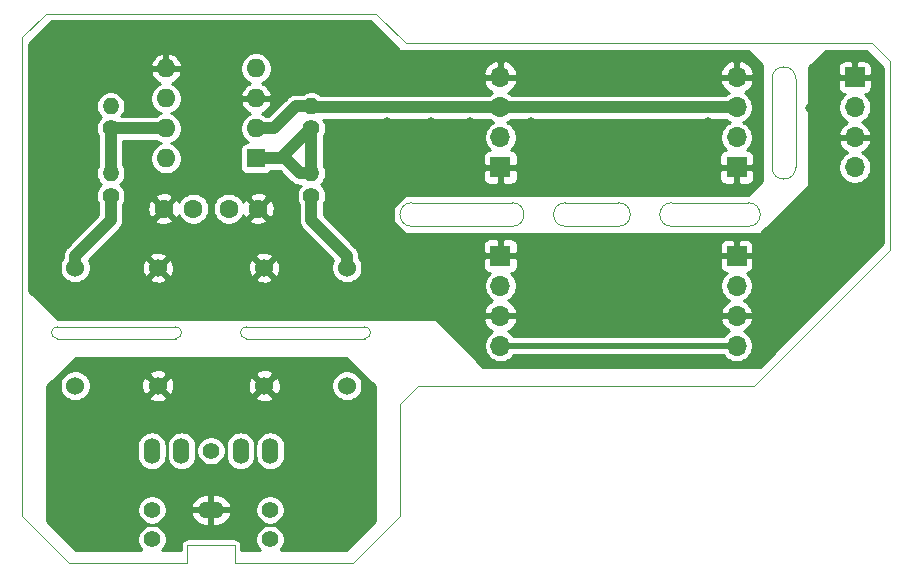
<source format=gbr>
%TF.GenerationSoftware,KiCad,Pcbnew,(5.1.9)-1*%
%TF.CreationDate,2021-03-12T00:34:35-05:00*%
%TF.ProjectId,SummingBoard,53756d6d-696e-4674-926f-6172642e6b69,rev?*%
%TF.SameCoordinates,Original*%
%TF.FileFunction,Copper,L1,Top*%
%TF.FilePolarity,Positive*%
%FSLAX46Y46*%
G04 Gerber Fmt 4.6, Leading zero omitted, Abs format (unit mm)*
G04 Created by KiCad (PCBNEW (5.1.9)-1) date 2021-03-12 00:34:35*
%MOMM*%
%LPD*%
G01*
G04 APERTURE LIST*
%TA.AperFunction,Profile*%
%ADD10C,0.050000*%
%TD*%
%TA.AperFunction,ComponentPad*%
%ADD11R,1.600000X1.600000*%
%TD*%
%TA.AperFunction,ComponentPad*%
%ADD12O,1.600000X1.600000*%
%TD*%
%TA.AperFunction,ComponentPad*%
%ADD13C,1.524000*%
%TD*%
%TA.AperFunction,ComponentPad*%
%ADD14C,1.400000*%
%TD*%
%TA.AperFunction,ComponentPad*%
%ADD15O,1.400000X1.400000*%
%TD*%
%TA.AperFunction,ComponentPad*%
%ADD16O,1.400000X2.200000*%
%TD*%
%TA.AperFunction,WasherPad*%
%ADD17C,1.400000*%
%TD*%
%TA.AperFunction,ComponentPad*%
%ADD18O,2.200000X1.400000*%
%TD*%
%TA.AperFunction,ComponentPad*%
%ADD19R,1.700000X1.700000*%
%TD*%
%TA.AperFunction,ComponentPad*%
%ADD20O,1.700000X1.700000*%
%TD*%
%TA.AperFunction,ComponentPad*%
%ADD21C,1.600000*%
%TD*%
%TA.AperFunction,ViaPad*%
%ADD22C,0.800000*%
%TD*%
%TA.AperFunction,Conductor*%
%ADD23C,0.500000*%
%TD*%
%TA.AperFunction,Conductor*%
%ADD24C,1.000000*%
%TD*%
%TA.AperFunction,Conductor*%
%ADD25C,0.254000*%
%TD*%
%TA.AperFunction,Conductor*%
%ADD26C,0.100000*%
%TD*%
G04 APERTURE END LIST*
D10*
X97000000Y-57000000D02*
X136500000Y-57000000D01*
X94500000Y-54500000D02*
X97000000Y-57000000D01*
X66500000Y-54500000D02*
X94500000Y-54500000D01*
X138000000Y-58500000D02*
X136500000Y-57000000D01*
X138000000Y-74500000D02*
X138000000Y-58500000D01*
X126500000Y-86000000D02*
X138000000Y-74500000D01*
X98000000Y-86000000D02*
X126500000Y-86000000D01*
X96500000Y-87500000D02*
X98000000Y-86000000D01*
X96500000Y-97000000D02*
X96500000Y-87500000D01*
X92500000Y-101000000D02*
X96500000Y-97000000D01*
X86500000Y-101000000D02*
X92500000Y-101000000D01*
X82500000Y-101000000D02*
X86500000Y-101000000D01*
X82500000Y-99500000D02*
X82500000Y-101000000D01*
X78500000Y-99500000D02*
X82500000Y-99500000D01*
X78500000Y-101000000D02*
X78500000Y-99500000D01*
X68500000Y-101000000D02*
X78500000Y-101000000D01*
X64500000Y-97000000D02*
X68500000Y-101000000D01*
X64500000Y-56500000D02*
X64500000Y-97000000D01*
X64500000Y-56500000D02*
X66500000Y-54500000D01*
X110500000Y-72500000D02*
X115000000Y-72500000D01*
X115000000Y-70500000D02*
X110500000Y-70500000D01*
X115000000Y-70500000D02*
G75*
G02*
X115000000Y-72500000I0J-1000000D01*
G01*
X110500000Y-72500000D02*
G75*
G02*
X110500000Y-70500000I0J1000000D01*
G01*
X130000000Y-67500000D02*
X130000000Y-60000000D01*
X128000000Y-60000000D02*
X128000000Y-67500000D01*
X128000000Y-60000000D02*
G75*
G02*
X130000000Y-60000000I1000000J0D01*
G01*
X130000000Y-67500000D02*
G75*
G02*
X128000000Y-67500000I-1000000J0D01*
G01*
X119500000Y-72500000D02*
X126000000Y-72500000D01*
X119500000Y-70500000D02*
X126000000Y-70500000D01*
X106000000Y-72500000D02*
X97500000Y-72500000D01*
X97500000Y-70500000D02*
X106000000Y-70500000D01*
X97500000Y-72500000D02*
G75*
G02*
X97500000Y-70500000I0J1000000D01*
G01*
X106000000Y-70500000D02*
G75*
G02*
X106000000Y-72500000I0J-1000000D01*
G01*
X126000000Y-70500000D02*
G75*
G02*
X126000000Y-72500000I0J-1000000D01*
G01*
X119500000Y-72500000D02*
G75*
G02*
X119500000Y-70500000I0J1000000D01*
G01*
X67500000Y-82000000D02*
G75*
G02*
X67500000Y-81000000I0J500000D01*
G01*
X93500000Y-81000000D02*
G75*
G02*
X93500000Y-82000000I0J-500000D01*
G01*
X83500000Y-82000000D02*
G75*
G02*
X83500000Y-81000000I0J500000D01*
G01*
X77500000Y-81000000D02*
G75*
G02*
X77500000Y-82000000I0J-500000D01*
G01*
X67500000Y-81000000D02*
X77500000Y-81000000D01*
X77500000Y-82000000D02*
X67500000Y-82000000D01*
X93500000Y-82000000D02*
X83500000Y-82000000D01*
X83500000Y-81000000D02*
X93500000Y-81000000D01*
D11*
%TO.P,U1,1*%
%TO.N,Net-(Rf6-Pad1)*%
X84310000Y-66746500D03*
D12*
%TO.P,U1,5*%
%TO.N,GND*%
X76690000Y-59126500D03*
%TO.P,U1,2*%
%TO.N,/Audio-Right*%
X84310000Y-64206500D03*
%TO.P,U1,6*%
%TO.N,/Audio-Left*%
X76690000Y-61666500D03*
%TO.P,U1,3*%
%TO.N,GND*%
X84310000Y-61666500D03*
%TO.P,U1,7*%
%TO.N,Net-(Rf7-Pad1)*%
X76690000Y-64206500D03*
%TO.P,U1,4*%
%TO.N,VEE*%
X84310000Y-59126500D03*
%TO.P,U1,8*%
%TO.N,VCC*%
X76690000Y-66746500D03*
%TD*%
D13*
%TO.P,T2,4*%
%TO.N,GND*%
X76000000Y-76000000D03*
%TO.P,T2,3*%
%TO.N,Net-(Ro4-Pad1)*%
X69000000Y-76000000D03*
%TO.P,T2,2*%
%TO.N,/Output_Ground*%
X76000000Y-86000000D03*
%TO.P,T2,1*%
%TO.N,Net-(J6-Pad2)*%
X69000000Y-86000000D03*
%TD*%
%TO.P,T1,4*%
%TO.N,Net-(Ro3-Pad1)*%
X92000000Y-76000000D03*
%TO.P,T1,3*%
%TO.N,GND*%
X85000000Y-76000000D03*
%TO.P,T1,2*%
%TO.N,Net-(J6-Pad3)*%
X92000000Y-86000000D03*
%TO.P,T1,1*%
%TO.N,/Output_Ground*%
X85000000Y-86000000D03*
%TD*%
D14*
%TO.P,Ro4,1*%
%TO.N,Net-(Ro4-Pad1)*%
X72000000Y-69900000D03*
D15*
%TO.P,Ro4,2*%
%TO.N,Net-(Rf7-Pad1)*%
X72000000Y-68000000D03*
%TD*%
D14*
%TO.P,Ro3,1*%
%TO.N,Net-(Ro3-Pad1)*%
X89000000Y-69900000D03*
D15*
%TO.P,Ro3,2*%
%TO.N,Net-(Rf6-Pad1)*%
X89000000Y-68000000D03*
%TD*%
D14*
%TO.P,Rf7,1*%
%TO.N,Net-(Rf7-Pad1)*%
X72000000Y-64206500D03*
D15*
%TO.P,Rf7,2*%
%TO.N,/Audio-Left*%
X72000000Y-62306500D03*
%TD*%
D14*
%TO.P,Rf6,1*%
%TO.N,Net-(Rf6-Pad1)*%
X89000000Y-64206500D03*
D15*
%TO.P,Rf6,2*%
%TO.N,/Audio-Right*%
X89000000Y-62306500D03*
%TD*%
D16*
%TO.P,J6,5*%
%TO.N,N/C*%
X78000000Y-91500000D03*
D17*
%TO.P,J6,*%
%TO.N,*%
X75500000Y-96500000D03*
X75500000Y-99000000D03*
X85500000Y-99000000D03*
X85500000Y-96500000D03*
X80500000Y-91500000D03*
D16*
%TO.P,J6,4*%
%TO.N,N/C*%
X83000000Y-91500000D03*
%TO.P,J6,3*%
%TO.N,Net-(J6-Pad3)*%
X75500000Y-91500000D03*
%TO.P,J6,2*%
%TO.N,Net-(J6-Pad2)*%
X85500000Y-91500000D03*
D18*
%TO.P,J6,1*%
%TO.N,/Output_Ground*%
X80500000Y-96500000D03*
%TD*%
D19*
%TO.P,J5,1*%
%TO.N,GND*%
X125000000Y-75000000D03*
D20*
%TO.P,J5,2*%
%TO.N,VEE*%
X125000000Y-77540000D03*
%TO.P,J5,3*%
%TO.N,GND*%
X125000000Y-80080000D03*
%TO.P,J5,4*%
%TO.N,VCC*%
X125000000Y-82620000D03*
%TD*%
D19*
%TO.P,J4,1*%
%TO.N,GND*%
X125000000Y-67500000D03*
D20*
%TO.P,J4,2*%
%TO.N,/Audio-Left*%
X125000000Y-64960000D03*
%TO.P,J4,3*%
%TO.N,/Audio-Right*%
X125000000Y-62420000D03*
%TO.P,J4,4*%
%TO.N,GND*%
X125000000Y-59880000D03*
%TD*%
D19*
%TO.P,J3,1*%
%TO.N,GND*%
X105000000Y-75000000D03*
D20*
%TO.P,J3,2*%
%TO.N,VEE*%
X105000000Y-77540000D03*
%TO.P,J3,3*%
%TO.N,GND*%
X105000000Y-80080000D03*
%TO.P,J3,4*%
%TO.N,VCC*%
X105000000Y-82620000D03*
%TD*%
D19*
%TO.P,J2,1*%
%TO.N,GND*%
X105000000Y-67500000D03*
D20*
%TO.P,J2,2*%
%TO.N,/Audio-Left*%
X105000000Y-64960000D03*
%TO.P,J2,3*%
%TO.N,/Audio-Right*%
X105000000Y-62420000D03*
%TO.P,J2,4*%
%TO.N,GND*%
X105000000Y-59880000D03*
%TD*%
D19*
%TO.P,J1,1*%
%TO.N,GND*%
X135000000Y-59880000D03*
D20*
%TO.P,J1,2*%
%TO.N,VEE*%
X135000000Y-62420000D03*
%TO.P,J1,3*%
%TO.N,GND*%
X135000000Y-64960000D03*
%TO.P,J1,4*%
%TO.N,VCC*%
X135000000Y-67500000D03*
%TD*%
D21*
%TO.P,C4,1*%
%TO.N,GND*%
X84500000Y-71000000D03*
%TO.P,C4,2*%
%TO.N,VEE*%
X82000000Y-71000000D03*
%TD*%
%TO.P,C3,1*%
%TO.N,VCC*%
X79000000Y-71000000D03*
%TO.P,C3,2*%
%TO.N,GND*%
X76500000Y-71000000D03*
%TD*%
D22*
%TO.N,GND*%
X107600000Y-63700000D03*
X122600000Y-63700000D03*
X102400000Y-63700000D03*
X122600000Y-60800000D03*
X107600000Y-60800000D03*
X107600000Y-66600000D03*
X122600000Y-66600000D03*
X102400000Y-60800000D03*
X102400000Y-66600000D03*
X99100000Y-63700000D03*
X95400000Y-63700000D03*
X92800000Y-61100000D03*
X96600000Y-61100000D03*
X123250000Y-78750000D03*
X123250000Y-81500000D03*
X106500000Y-78750000D03*
X106500000Y-81500000D03*
X106500000Y-83750000D03*
X123250000Y-83750000D03*
X107000000Y-76250000D03*
X122750000Y-76250000D03*
X103000000Y-82750000D03*
X103000000Y-75000000D03*
X127000000Y-75000000D03*
X127000000Y-79500000D03*
X127000000Y-83750000D03*
X131250000Y-69750000D03*
X136500000Y-69750000D03*
X133750000Y-69750000D03*
X81000000Y-77500000D03*
X80500000Y-73000000D03*
X80500000Y-68500000D03*
X100500000Y-80750000D03*
X100500000Y-77500000D03*
X131250000Y-62500000D03*
X103250000Y-79000000D03*
%TO.N,/Output_Ground*%
X73500000Y-91500000D03*
X87500000Y-91500000D03*
X80500000Y-89800000D03*
X91500000Y-84000000D03*
X69500000Y-84000000D03*
X80500000Y-84000000D03*
X75000000Y-84000000D03*
X86000000Y-84000000D03*
X67000000Y-86500000D03*
X94000000Y-86500000D03*
X67000000Y-91500000D03*
X94000000Y-91500000D03*
X94000000Y-97000000D03*
X67000000Y-97000000D03*
X69500000Y-99500000D03*
X91500000Y-99500000D03*
%TD*%
D23*
%TO.N,VCC*%
X125000000Y-82620000D02*
X105000000Y-82620000D01*
D24*
%TO.N,/Audio-Left*%
X105000000Y-64960000D02*
X105000000Y-64714002D01*
%TO.N,/Audio-Right*%
X89000000Y-62306500D02*
X87693500Y-62306500D01*
X85793500Y-64206500D02*
X84310000Y-64206500D01*
X87693500Y-62306500D02*
X85793500Y-64206500D01*
X89113500Y-62420000D02*
X89000000Y-62306500D01*
X105000000Y-62420000D02*
X89113500Y-62420000D01*
X105000000Y-62420000D02*
X125000000Y-62420000D01*
%TO.N,Net-(Rf6-Pad1)*%
X89000000Y-64206500D02*
X89000000Y-68000000D01*
X86460000Y-66746500D02*
X89000000Y-64206500D01*
X84310000Y-66746500D02*
X86460000Y-66746500D01*
X84310000Y-66746500D02*
X86746500Y-66746500D01*
X88000000Y-68000000D02*
X89000000Y-68000000D01*
X86746500Y-66746500D02*
X88000000Y-68000000D01*
%TO.N,Net-(Rf7-Pad1)*%
X72000000Y-64206500D02*
X72000000Y-68000000D01*
X72000000Y-64206500D02*
X76690000Y-64206500D01*
%TO.N,Net-(Ro3-Pad1)*%
X89000000Y-69900000D02*
X89000000Y-72000000D01*
X92000000Y-75000000D02*
X92000000Y-76000000D01*
X89000000Y-72000000D02*
X92000000Y-75000000D01*
%TO.N,Net-(Ro4-Pad1)*%
X72000000Y-69900000D02*
X72000000Y-72000000D01*
X69000000Y-75000000D02*
X69000000Y-76000000D01*
X72000000Y-72000000D02*
X69000000Y-75000000D01*
%TD*%
D25*
%TO.N,/Output_Ground*%
X94373000Y-86052606D02*
X94373000Y-97447394D01*
X91947394Y-99873000D01*
X86390524Y-99873000D01*
X86468608Y-99794916D01*
X86605077Y-99590676D01*
X86699079Y-99363737D01*
X86747000Y-99122819D01*
X86747000Y-98877181D01*
X86699079Y-98636263D01*
X86605077Y-98409324D01*
X86468608Y-98205084D01*
X86294916Y-98031392D01*
X86090676Y-97894923D01*
X85863737Y-97800921D01*
X85622819Y-97753000D01*
X85377181Y-97753000D01*
X85136263Y-97800921D01*
X84909324Y-97894923D01*
X84705084Y-98031392D01*
X84531392Y-98205084D01*
X84394923Y-98409324D01*
X84300921Y-98636263D01*
X84253000Y-98877181D01*
X84253000Y-99122819D01*
X84300921Y-99363737D01*
X84394923Y-99590676D01*
X84531392Y-99794916D01*
X84609476Y-99873000D01*
X83072000Y-99873000D01*
X83072000Y-99528094D01*
X83074767Y-99500000D01*
X83063723Y-99387869D01*
X83031015Y-99280046D01*
X82977901Y-99180677D01*
X82906422Y-99093578D01*
X82819323Y-99022099D01*
X82719954Y-98968985D01*
X82612131Y-98936277D01*
X82528094Y-98928000D01*
X82528093Y-98928000D01*
X82500000Y-98925233D01*
X82471906Y-98928000D01*
X78528094Y-98928000D01*
X78500000Y-98925233D01*
X78471907Y-98928000D01*
X78471906Y-98928000D01*
X78387869Y-98936277D01*
X78280046Y-98968985D01*
X78180677Y-99022099D01*
X78093578Y-99093578D01*
X78022099Y-99180677D01*
X77968985Y-99280046D01*
X77936277Y-99387869D01*
X77925233Y-99500000D01*
X77928001Y-99528103D01*
X77928001Y-99873000D01*
X76390524Y-99873000D01*
X76468608Y-99794916D01*
X76605077Y-99590676D01*
X76699079Y-99363737D01*
X76747000Y-99122819D01*
X76747000Y-98877181D01*
X76699079Y-98636263D01*
X76605077Y-98409324D01*
X76468608Y-98205084D01*
X76294916Y-98031392D01*
X76090676Y-97894923D01*
X75863737Y-97800921D01*
X75622819Y-97753000D01*
X75377181Y-97753000D01*
X75136263Y-97800921D01*
X74909324Y-97894923D01*
X74705084Y-98031392D01*
X74531392Y-98205084D01*
X74394923Y-98409324D01*
X74300921Y-98636263D01*
X74253000Y-98877181D01*
X74253000Y-99122819D01*
X74300921Y-99363737D01*
X74394923Y-99590676D01*
X74531392Y-99794916D01*
X74609476Y-99873000D01*
X69052606Y-99873000D01*
X66627000Y-97447394D01*
X66627000Y-96377181D01*
X74253000Y-96377181D01*
X74253000Y-96622819D01*
X74300921Y-96863737D01*
X74394923Y-97090676D01*
X74531392Y-97294916D01*
X74705084Y-97468608D01*
X74909324Y-97605077D01*
X75136263Y-97699079D01*
X75377181Y-97747000D01*
X75622819Y-97747000D01*
X75863737Y-97699079D01*
X76090676Y-97605077D01*
X76294916Y-97468608D01*
X76468608Y-97294916D01*
X76605077Y-97090676D01*
X76699079Y-96863737D01*
X76705127Y-96833329D01*
X78807284Y-96833329D01*
X78818020Y-96893550D01*
X78919431Y-97136090D01*
X79066210Y-97354185D01*
X79252717Y-97539455D01*
X79471785Y-97684779D01*
X79714995Y-97784572D01*
X79973000Y-97835000D01*
X80373000Y-97835000D01*
X80373000Y-96627000D01*
X80627000Y-96627000D01*
X80627000Y-97835000D01*
X81027000Y-97835000D01*
X81285005Y-97784572D01*
X81528215Y-97684779D01*
X81747283Y-97539455D01*
X81933790Y-97354185D01*
X82080569Y-97136090D01*
X82181980Y-96893550D01*
X82192716Y-96833329D01*
X82069374Y-96627000D01*
X80627000Y-96627000D01*
X80373000Y-96627000D01*
X78930626Y-96627000D01*
X78807284Y-96833329D01*
X76705127Y-96833329D01*
X76747000Y-96622819D01*
X76747000Y-96377181D01*
X84253000Y-96377181D01*
X84253000Y-96622819D01*
X84300921Y-96863737D01*
X84394923Y-97090676D01*
X84531392Y-97294916D01*
X84705084Y-97468608D01*
X84909324Y-97605077D01*
X85136263Y-97699079D01*
X85377181Y-97747000D01*
X85622819Y-97747000D01*
X85863737Y-97699079D01*
X86090676Y-97605077D01*
X86294916Y-97468608D01*
X86468608Y-97294916D01*
X86605077Y-97090676D01*
X86699079Y-96863737D01*
X86747000Y-96622819D01*
X86747000Y-96377181D01*
X86699079Y-96136263D01*
X86605077Y-95909324D01*
X86468608Y-95705084D01*
X86294916Y-95531392D01*
X86090676Y-95394923D01*
X85863737Y-95300921D01*
X85622819Y-95253000D01*
X85377181Y-95253000D01*
X85136263Y-95300921D01*
X84909324Y-95394923D01*
X84705084Y-95531392D01*
X84531392Y-95705084D01*
X84394923Y-95909324D01*
X84300921Y-96136263D01*
X84253000Y-96377181D01*
X76747000Y-96377181D01*
X76705128Y-96166671D01*
X78807284Y-96166671D01*
X78930626Y-96373000D01*
X80373000Y-96373000D01*
X80373000Y-95165000D01*
X80627000Y-95165000D01*
X80627000Y-96373000D01*
X82069374Y-96373000D01*
X82192716Y-96166671D01*
X82181980Y-96106450D01*
X82080569Y-95863910D01*
X81933790Y-95645815D01*
X81747283Y-95460545D01*
X81528215Y-95315221D01*
X81285005Y-95215428D01*
X81027000Y-95165000D01*
X80627000Y-95165000D01*
X80373000Y-95165000D01*
X79973000Y-95165000D01*
X79714995Y-95215428D01*
X79471785Y-95315221D01*
X79252717Y-95460545D01*
X79066210Y-95645815D01*
X78919431Y-95863910D01*
X78818020Y-96106450D01*
X78807284Y-96166671D01*
X76705128Y-96166671D01*
X76699079Y-96136263D01*
X76605077Y-95909324D01*
X76468608Y-95705084D01*
X76294916Y-95531392D01*
X76090676Y-95394923D01*
X75863737Y-95300921D01*
X75622819Y-95253000D01*
X75377181Y-95253000D01*
X75136263Y-95300921D01*
X74909324Y-95394923D01*
X74705084Y-95531392D01*
X74531392Y-95705084D01*
X74394923Y-95909324D01*
X74300921Y-96136263D01*
X74253000Y-96377181D01*
X66627000Y-96377181D01*
X66627000Y-91038748D01*
X74253000Y-91038748D01*
X74253000Y-91961253D01*
X74271044Y-92144455D01*
X74342348Y-92379515D01*
X74458142Y-92596148D01*
X74613973Y-92786028D01*
X74803853Y-92941859D01*
X75020486Y-93057652D01*
X75255546Y-93128956D01*
X75500000Y-93153033D01*
X75744455Y-93128956D01*
X75979515Y-93057652D01*
X76196148Y-92941859D01*
X76386028Y-92786028D01*
X76541859Y-92596148D01*
X76657652Y-92379515D01*
X76728956Y-92144454D01*
X76747000Y-91961252D01*
X76747000Y-91038748D01*
X76753000Y-91038748D01*
X76753000Y-91961253D01*
X76771044Y-92144455D01*
X76842348Y-92379515D01*
X76958142Y-92596148D01*
X77113973Y-92786028D01*
X77303853Y-92941859D01*
X77520486Y-93057652D01*
X77755546Y-93128956D01*
X78000000Y-93153033D01*
X78244455Y-93128956D01*
X78479515Y-93057652D01*
X78696148Y-92941859D01*
X78886028Y-92786028D01*
X79041859Y-92596148D01*
X79157652Y-92379515D01*
X79228956Y-92144454D01*
X79247000Y-91961252D01*
X79247000Y-91377181D01*
X79253000Y-91377181D01*
X79253000Y-91622819D01*
X79300921Y-91863737D01*
X79394923Y-92090676D01*
X79531392Y-92294916D01*
X79705084Y-92468608D01*
X79909324Y-92605077D01*
X80136263Y-92699079D01*
X80377181Y-92747000D01*
X80622819Y-92747000D01*
X80863737Y-92699079D01*
X81090676Y-92605077D01*
X81294916Y-92468608D01*
X81468608Y-92294916D01*
X81605077Y-92090676D01*
X81699079Y-91863737D01*
X81747000Y-91622819D01*
X81747000Y-91377181D01*
X81699079Y-91136263D01*
X81658687Y-91038748D01*
X81753000Y-91038748D01*
X81753000Y-91961253D01*
X81771044Y-92144455D01*
X81842348Y-92379515D01*
X81958142Y-92596148D01*
X82113973Y-92786028D01*
X82303853Y-92941859D01*
X82520486Y-93057652D01*
X82755546Y-93128956D01*
X83000000Y-93153033D01*
X83244455Y-93128956D01*
X83479515Y-93057652D01*
X83696148Y-92941859D01*
X83886028Y-92786028D01*
X84041859Y-92596148D01*
X84157652Y-92379515D01*
X84228956Y-92144454D01*
X84247000Y-91961252D01*
X84247000Y-91038748D01*
X84253000Y-91038748D01*
X84253000Y-91961253D01*
X84271044Y-92144455D01*
X84342348Y-92379515D01*
X84458142Y-92596148D01*
X84613973Y-92786028D01*
X84803853Y-92941859D01*
X85020486Y-93057652D01*
X85255546Y-93128956D01*
X85500000Y-93153033D01*
X85744455Y-93128956D01*
X85979515Y-93057652D01*
X86196148Y-92941859D01*
X86386028Y-92786028D01*
X86541859Y-92596148D01*
X86657652Y-92379515D01*
X86728956Y-92144454D01*
X86747000Y-91961252D01*
X86747000Y-91038747D01*
X86728956Y-90855545D01*
X86657652Y-90620485D01*
X86541859Y-90403852D01*
X86386028Y-90213972D01*
X86196147Y-90058141D01*
X85979514Y-89942348D01*
X85744454Y-89871044D01*
X85500000Y-89846967D01*
X85255545Y-89871044D01*
X85020485Y-89942348D01*
X84803852Y-90058141D01*
X84613972Y-90213972D01*
X84458141Y-90403853D01*
X84342348Y-90620486D01*
X84271044Y-90855546D01*
X84253000Y-91038748D01*
X84247000Y-91038748D01*
X84247000Y-91038747D01*
X84228956Y-90855545D01*
X84157652Y-90620485D01*
X84041859Y-90403852D01*
X83886028Y-90213972D01*
X83696147Y-90058141D01*
X83479514Y-89942348D01*
X83244454Y-89871044D01*
X83000000Y-89846967D01*
X82755545Y-89871044D01*
X82520485Y-89942348D01*
X82303852Y-90058141D01*
X82113972Y-90213972D01*
X81958141Y-90403853D01*
X81842348Y-90620486D01*
X81771044Y-90855546D01*
X81753000Y-91038748D01*
X81658687Y-91038748D01*
X81605077Y-90909324D01*
X81468608Y-90705084D01*
X81294916Y-90531392D01*
X81090676Y-90394923D01*
X80863737Y-90300921D01*
X80622819Y-90253000D01*
X80377181Y-90253000D01*
X80136263Y-90300921D01*
X79909324Y-90394923D01*
X79705084Y-90531392D01*
X79531392Y-90705084D01*
X79394923Y-90909324D01*
X79300921Y-91136263D01*
X79253000Y-91377181D01*
X79247000Y-91377181D01*
X79247000Y-91038747D01*
X79228956Y-90855545D01*
X79157652Y-90620485D01*
X79041859Y-90403852D01*
X78886028Y-90213972D01*
X78696147Y-90058141D01*
X78479514Y-89942348D01*
X78244454Y-89871044D01*
X78000000Y-89846967D01*
X77755545Y-89871044D01*
X77520485Y-89942348D01*
X77303852Y-90058141D01*
X77113972Y-90213972D01*
X76958141Y-90403853D01*
X76842348Y-90620486D01*
X76771044Y-90855546D01*
X76753000Y-91038748D01*
X76747000Y-91038748D01*
X76747000Y-91038747D01*
X76728956Y-90855545D01*
X76657652Y-90620485D01*
X76541859Y-90403852D01*
X76386028Y-90213972D01*
X76196147Y-90058141D01*
X75979514Y-89942348D01*
X75744454Y-89871044D01*
X75500000Y-89846967D01*
X75255545Y-89871044D01*
X75020485Y-89942348D01*
X74803852Y-90058141D01*
X74613972Y-90213972D01*
X74458141Y-90403853D01*
X74342348Y-90620486D01*
X74271044Y-90855546D01*
X74253000Y-91038748D01*
X66627000Y-91038748D01*
X66627000Y-86052606D01*
X66808531Y-85871075D01*
X67691000Y-85871075D01*
X67691000Y-86128925D01*
X67741304Y-86381821D01*
X67839979Y-86620044D01*
X67983233Y-86834439D01*
X68165561Y-87016767D01*
X68379956Y-87160021D01*
X68618179Y-87258696D01*
X68871075Y-87309000D01*
X69128925Y-87309000D01*
X69381821Y-87258696D01*
X69620044Y-87160021D01*
X69834439Y-87016767D01*
X69885641Y-86965565D01*
X75214040Y-86965565D01*
X75281020Y-87205656D01*
X75530048Y-87322756D01*
X75797135Y-87389023D01*
X76072017Y-87401910D01*
X76344133Y-87360922D01*
X76603023Y-87267636D01*
X76718980Y-87205656D01*
X76785960Y-86965565D01*
X84214040Y-86965565D01*
X84281020Y-87205656D01*
X84530048Y-87322756D01*
X84797135Y-87389023D01*
X85072017Y-87401910D01*
X85344133Y-87360922D01*
X85603023Y-87267636D01*
X85718980Y-87205656D01*
X85785960Y-86965565D01*
X85000000Y-86179605D01*
X84214040Y-86965565D01*
X76785960Y-86965565D01*
X76000000Y-86179605D01*
X75214040Y-86965565D01*
X69885641Y-86965565D01*
X70016767Y-86834439D01*
X70160021Y-86620044D01*
X70258696Y-86381821D01*
X70309000Y-86128925D01*
X70309000Y-86072017D01*
X74598090Y-86072017D01*
X74639078Y-86344133D01*
X74732364Y-86603023D01*
X74794344Y-86718980D01*
X75034435Y-86785960D01*
X75820395Y-86000000D01*
X76179605Y-86000000D01*
X76965565Y-86785960D01*
X77205656Y-86718980D01*
X77322756Y-86469952D01*
X77389023Y-86202865D01*
X77395157Y-86072017D01*
X83598090Y-86072017D01*
X83639078Y-86344133D01*
X83732364Y-86603023D01*
X83794344Y-86718980D01*
X84034435Y-86785960D01*
X84820395Y-86000000D01*
X85179605Y-86000000D01*
X85965565Y-86785960D01*
X86205656Y-86718980D01*
X86322756Y-86469952D01*
X86389023Y-86202865D01*
X86401910Y-85927983D01*
X86393339Y-85871075D01*
X90691000Y-85871075D01*
X90691000Y-86128925D01*
X90741304Y-86381821D01*
X90839979Y-86620044D01*
X90983233Y-86834439D01*
X91165561Y-87016767D01*
X91379956Y-87160021D01*
X91618179Y-87258696D01*
X91871075Y-87309000D01*
X92128925Y-87309000D01*
X92381821Y-87258696D01*
X92620044Y-87160021D01*
X92834439Y-87016767D01*
X93016767Y-86834439D01*
X93160021Y-86620044D01*
X93258696Y-86381821D01*
X93309000Y-86128925D01*
X93309000Y-85871075D01*
X93258696Y-85618179D01*
X93160021Y-85379956D01*
X93016767Y-85165561D01*
X92834439Y-84983233D01*
X92620044Y-84839979D01*
X92381821Y-84741304D01*
X92128925Y-84691000D01*
X91871075Y-84691000D01*
X91618179Y-84741304D01*
X91379956Y-84839979D01*
X91165561Y-84983233D01*
X90983233Y-85165561D01*
X90839979Y-85379956D01*
X90741304Y-85618179D01*
X90691000Y-85871075D01*
X86393339Y-85871075D01*
X86360922Y-85655867D01*
X86267636Y-85396977D01*
X86205656Y-85281020D01*
X85965565Y-85214040D01*
X85179605Y-86000000D01*
X84820395Y-86000000D01*
X84034435Y-85214040D01*
X83794344Y-85281020D01*
X83677244Y-85530048D01*
X83610977Y-85797135D01*
X83598090Y-86072017D01*
X77395157Y-86072017D01*
X77401910Y-85927983D01*
X77360922Y-85655867D01*
X77267636Y-85396977D01*
X77205656Y-85281020D01*
X76965565Y-85214040D01*
X76179605Y-86000000D01*
X75820395Y-86000000D01*
X75034435Y-85214040D01*
X74794344Y-85281020D01*
X74677244Y-85530048D01*
X74610977Y-85797135D01*
X74598090Y-86072017D01*
X70309000Y-86072017D01*
X70309000Y-85871075D01*
X70258696Y-85618179D01*
X70160021Y-85379956D01*
X70016767Y-85165561D01*
X69885641Y-85034435D01*
X75214040Y-85034435D01*
X76000000Y-85820395D01*
X76785960Y-85034435D01*
X84214040Y-85034435D01*
X85000000Y-85820395D01*
X85785960Y-85034435D01*
X85718980Y-84794344D01*
X85469952Y-84677244D01*
X85202865Y-84610977D01*
X84927983Y-84598090D01*
X84655867Y-84639078D01*
X84396977Y-84732364D01*
X84281020Y-84794344D01*
X84214040Y-85034435D01*
X76785960Y-85034435D01*
X76718980Y-84794344D01*
X76469952Y-84677244D01*
X76202865Y-84610977D01*
X75927983Y-84598090D01*
X75655867Y-84639078D01*
X75396977Y-84732364D01*
X75281020Y-84794344D01*
X75214040Y-85034435D01*
X69885641Y-85034435D01*
X69834439Y-84983233D01*
X69620044Y-84839979D01*
X69381821Y-84741304D01*
X69128925Y-84691000D01*
X68871075Y-84691000D01*
X68618179Y-84741304D01*
X68379956Y-84839979D01*
X68165561Y-84983233D01*
X67983233Y-85165561D01*
X67839979Y-85379956D01*
X67741304Y-85618179D01*
X67691000Y-85871075D01*
X66808531Y-85871075D01*
X69052606Y-83627000D01*
X91947394Y-83627000D01*
X94373000Y-86052606D01*
%TA.AperFunction,Conductor*%
D26*
G36*
X94373000Y-86052606D02*
G01*
X94373000Y-97447394D01*
X91947394Y-99873000D01*
X86390524Y-99873000D01*
X86468608Y-99794916D01*
X86605077Y-99590676D01*
X86699079Y-99363737D01*
X86747000Y-99122819D01*
X86747000Y-98877181D01*
X86699079Y-98636263D01*
X86605077Y-98409324D01*
X86468608Y-98205084D01*
X86294916Y-98031392D01*
X86090676Y-97894923D01*
X85863737Y-97800921D01*
X85622819Y-97753000D01*
X85377181Y-97753000D01*
X85136263Y-97800921D01*
X84909324Y-97894923D01*
X84705084Y-98031392D01*
X84531392Y-98205084D01*
X84394923Y-98409324D01*
X84300921Y-98636263D01*
X84253000Y-98877181D01*
X84253000Y-99122819D01*
X84300921Y-99363737D01*
X84394923Y-99590676D01*
X84531392Y-99794916D01*
X84609476Y-99873000D01*
X83072000Y-99873000D01*
X83072000Y-99528094D01*
X83074767Y-99500000D01*
X83063723Y-99387869D01*
X83031015Y-99280046D01*
X82977901Y-99180677D01*
X82906422Y-99093578D01*
X82819323Y-99022099D01*
X82719954Y-98968985D01*
X82612131Y-98936277D01*
X82528094Y-98928000D01*
X82528093Y-98928000D01*
X82500000Y-98925233D01*
X82471906Y-98928000D01*
X78528094Y-98928000D01*
X78500000Y-98925233D01*
X78471907Y-98928000D01*
X78471906Y-98928000D01*
X78387869Y-98936277D01*
X78280046Y-98968985D01*
X78180677Y-99022099D01*
X78093578Y-99093578D01*
X78022099Y-99180677D01*
X77968985Y-99280046D01*
X77936277Y-99387869D01*
X77925233Y-99500000D01*
X77928001Y-99528103D01*
X77928001Y-99873000D01*
X76390524Y-99873000D01*
X76468608Y-99794916D01*
X76605077Y-99590676D01*
X76699079Y-99363737D01*
X76747000Y-99122819D01*
X76747000Y-98877181D01*
X76699079Y-98636263D01*
X76605077Y-98409324D01*
X76468608Y-98205084D01*
X76294916Y-98031392D01*
X76090676Y-97894923D01*
X75863737Y-97800921D01*
X75622819Y-97753000D01*
X75377181Y-97753000D01*
X75136263Y-97800921D01*
X74909324Y-97894923D01*
X74705084Y-98031392D01*
X74531392Y-98205084D01*
X74394923Y-98409324D01*
X74300921Y-98636263D01*
X74253000Y-98877181D01*
X74253000Y-99122819D01*
X74300921Y-99363737D01*
X74394923Y-99590676D01*
X74531392Y-99794916D01*
X74609476Y-99873000D01*
X69052606Y-99873000D01*
X66627000Y-97447394D01*
X66627000Y-96377181D01*
X74253000Y-96377181D01*
X74253000Y-96622819D01*
X74300921Y-96863737D01*
X74394923Y-97090676D01*
X74531392Y-97294916D01*
X74705084Y-97468608D01*
X74909324Y-97605077D01*
X75136263Y-97699079D01*
X75377181Y-97747000D01*
X75622819Y-97747000D01*
X75863737Y-97699079D01*
X76090676Y-97605077D01*
X76294916Y-97468608D01*
X76468608Y-97294916D01*
X76605077Y-97090676D01*
X76699079Y-96863737D01*
X76705127Y-96833329D01*
X78807284Y-96833329D01*
X78818020Y-96893550D01*
X78919431Y-97136090D01*
X79066210Y-97354185D01*
X79252717Y-97539455D01*
X79471785Y-97684779D01*
X79714995Y-97784572D01*
X79973000Y-97835000D01*
X80373000Y-97835000D01*
X80373000Y-96627000D01*
X80627000Y-96627000D01*
X80627000Y-97835000D01*
X81027000Y-97835000D01*
X81285005Y-97784572D01*
X81528215Y-97684779D01*
X81747283Y-97539455D01*
X81933790Y-97354185D01*
X82080569Y-97136090D01*
X82181980Y-96893550D01*
X82192716Y-96833329D01*
X82069374Y-96627000D01*
X80627000Y-96627000D01*
X80373000Y-96627000D01*
X78930626Y-96627000D01*
X78807284Y-96833329D01*
X76705127Y-96833329D01*
X76747000Y-96622819D01*
X76747000Y-96377181D01*
X84253000Y-96377181D01*
X84253000Y-96622819D01*
X84300921Y-96863737D01*
X84394923Y-97090676D01*
X84531392Y-97294916D01*
X84705084Y-97468608D01*
X84909324Y-97605077D01*
X85136263Y-97699079D01*
X85377181Y-97747000D01*
X85622819Y-97747000D01*
X85863737Y-97699079D01*
X86090676Y-97605077D01*
X86294916Y-97468608D01*
X86468608Y-97294916D01*
X86605077Y-97090676D01*
X86699079Y-96863737D01*
X86747000Y-96622819D01*
X86747000Y-96377181D01*
X86699079Y-96136263D01*
X86605077Y-95909324D01*
X86468608Y-95705084D01*
X86294916Y-95531392D01*
X86090676Y-95394923D01*
X85863737Y-95300921D01*
X85622819Y-95253000D01*
X85377181Y-95253000D01*
X85136263Y-95300921D01*
X84909324Y-95394923D01*
X84705084Y-95531392D01*
X84531392Y-95705084D01*
X84394923Y-95909324D01*
X84300921Y-96136263D01*
X84253000Y-96377181D01*
X76747000Y-96377181D01*
X76705128Y-96166671D01*
X78807284Y-96166671D01*
X78930626Y-96373000D01*
X80373000Y-96373000D01*
X80373000Y-95165000D01*
X80627000Y-95165000D01*
X80627000Y-96373000D01*
X82069374Y-96373000D01*
X82192716Y-96166671D01*
X82181980Y-96106450D01*
X82080569Y-95863910D01*
X81933790Y-95645815D01*
X81747283Y-95460545D01*
X81528215Y-95315221D01*
X81285005Y-95215428D01*
X81027000Y-95165000D01*
X80627000Y-95165000D01*
X80373000Y-95165000D01*
X79973000Y-95165000D01*
X79714995Y-95215428D01*
X79471785Y-95315221D01*
X79252717Y-95460545D01*
X79066210Y-95645815D01*
X78919431Y-95863910D01*
X78818020Y-96106450D01*
X78807284Y-96166671D01*
X76705128Y-96166671D01*
X76699079Y-96136263D01*
X76605077Y-95909324D01*
X76468608Y-95705084D01*
X76294916Y-95531392D01*
X76090676Y-95394923D01*
X75863737Y-95300921D01*
X75622819Y-95253000D01*
X75377181Y-95253000D01*
X75136263Y-95300921D01*
X74909324Y-95394923D01*
X74705084Y-95531392D01*
X74531392Y-95705084D01*
X74394923Y-95909324D01*
X74300921Y-96136263D01*
X74253000Y-96377181D01*
X66627000Y-96377181D01*
X66627000Y-91038748D01*
X74253000Y-91038748D01*
X74253000Y-91961253D01*
X74271044Y-92144455D01*
X74342348Y-92379515D01*
X74458142Y-92596148D01*
X74613973Y-92786028D01*
X74803853Y-92941859D01*
X75020486Y-93057652D01*
X75255546Y-93128956D01*
X75500000Y-93153033D01*
X75744455Y-93128956D01*
X75979515Y-93057652D01*
X76196148Y-92941859D01*
X76386028Y-92786028D01*
X76541859Y-92596148D01*
X76657652Y-92379515D01*
X76728956Y-92144454D01*
X76747000Y-91961252D01*
X76747000Y-91038748D01*
X76753000Y-91038748D01*
X76753000Y-91961253D01*
X76771044Y-92144455D01*
X76842348Y-92379515D01*
X76958142Y-92596148D01*
X77113973Y-92786028D01*
X77303853Y-92941859D01*
X77520486Y-93057652D01*
X77755546Y-93128956D01*
X78000000Y-93153033D01*
X78244455Y-93128956D01*
X78479515Y-93057652D01*
X78696148Y-92941859D01*
X78886028Y-92786028D01*
X79041859Y-92596148D01*
X79157652Y-92379515D01*
X79228956Y-92144454D01*
X79247000Y-91961252D01*
X79247000Y-91377181D01*
X79253000Y-91377181D01*
X79253000Y-91622819D01*
X79300921Y-91863737D01*
X79394923Y-92090676D01*
X79531392Y-92294916D01*
X79705084Y-92468608D01*
X79909324Y-92605077D01*
X80136263Y-92699079D01*
X80377181Y-92747000D01*
X80622819Y-92747000D01*
X80863737Y-92699079D01*
X81090676Y-92605077D01*
X81294916Y-92468608D01*
X81468608Y-92294916D01*
X81605077Y-92090676D01*
X81699079Y-91863737D01*
X81747000Y-91622819D01*
X81747000Y-91377181D01*
X81699079Y-91136263D01*
X81658687Y-91038748D01*
X81753000Y-91038748D01*
X81753000Y-91961253D01*
X81771044Y-92144455D01*
X81842348Y-92379515D01*
X81958142Y-92596148D01*
X82113973Y-92786028D01*
X82303853Y-92941859D01*
X82520486Y-93057652D01*
X82755546Y-93128956D01*
X83000000Y-93153033D01*
X83244455Y-93128956D01*
X83479515Y-93057652D01*
X83696148Y-92941859D01*
X83886028Y-92786028D01*
X84041859Y-92596148D01*
X84157652Y-92379515D01*
X84228956Y-92144454D01*
X84247000Y-91961252D01*
X84247000Y-91038748D01*
X84253000Y-91038748D01*
X84253000Y-91961253D01*
X84271044Y-92144455D01*
X84342348Y-92379515D01*
X84458142Y-92596148D01*
X84613973Y-92786028D01*
X84803853Y-92941859D01*
X85020486Y-93057652D01*
X85255546Y-93128956D01*
X85500000Y-93153033D01*
X85744455Y-93128956D01*
X85979515Y-93057652D01*
X86196148Y-92941859D01*
X86386028Y-92786028D01*
X86541859Y-92596148D01*
X86657652Y-92379515D01*
X86728956Y-92144454D01*
X86747000Y-91961252D01*
X86747000Y-91038747D01*
X86728956Y-90855545D01*
X86657652Y-90620485D01*
X86541859Y-90403852D01*
X86386028Y-90213972D01*
X86196147Y-90058141D01*
X85979514Y-89942348D01*
X85744454Y-89871044D01*
X85500000Y-89846967D01*
X85255545Y-89871044D01*
X85020485Y-89942348D01*
X84803852Y-90058141D01*
X84613972Y-90213972D01*
X84458141Y-90403853D01*
X84342348Y-90620486D01*
X84271044Y-90855546D01*
X84253000Y-91038748D01*
X84247000Y-91038748D01*
X84247000Y-91038747D01*
X84228956Y-90855545D01*
X84157652Y-90620485D01*
X84041859Y-90403852D01*
X83886028Y-90213972D01*
X83696147Y-90058141D01*
X83479514Y-89942348D01*
X83244454Y-89871044D01*
X83000000Y-89846967D01*
X82755545Y-89871044D01*
X82520485Y-89942348D01*
X82303852Y-90058141D01*
X82113972Y-90213972D01*
X81958141Y-90403853D01*
X81842348Y-90620486D01*
X81771044Y-90855546D01*
X81753000Y-91038748D01*
X81658687Y-91038748D01*
X81605077Y-90909324D01*
X81468608Y-90705084D01*
X81294916Y-90531392D01*
X81090676Y-90394923D01*
X80863737Y-90300921D01*
X80622819Y-90253000D01*
X80377181Y-90253000D01*
X80136263Y-90300921D01*
X79909324Y-90394923D01*
X79705084Y-90531392D01*
X79531392Y-90705084D01*
X79394923Y-90909324D01*
X79300921Y-91136263D01*
X79253000Y-91377181D01*
X79247000Y-91377181D01*
X79247000Y-91038747D01*
X79228956Y-90855545D01*
X79157652Y-90620485D01*
X79041859Y-90403852D01*
X78886028Y-90213972D01*
X78696147Y-90058141D01*
X78479514Y-89942348D01*
X78244454Y-89871044D01*
X78000000Y-89846967D01*
X77755545Y-89871044D01*
X77520485Y-89942348D01*
X77303852Y-90058141D01*
X77113972Y-90213972D01*
X76958141Y-90403853D01*
X76842348Y-90620486D01*
X76771044Y-90855546D01*
X76753000Y-91038748D01*
X76747000Y-91038748D01*
X76747000Y-91038747D01*
X76728956Y-90855545D01*
X76657652Y-90620485D01*
X76541859Y-90403852D01*
X76386028Y-90213972D01*
X76196147Y-90058141D01*
X75979514Y-89942348D01*
X75744454Y-89871044D01*
X75500000Y-89846967D01*
X75255545Y-89871044D01*
X75020485Y-89942348D01*
X74803852Y-90058141D01*
X74613972Y-90213972D01*
X74458141Y-90403853D01*
X74342348Y-90620486D01*
X74271044Y-90855546D01*
X74253000Y-91038748D01*
X66627000Y-91038748D01*
X66627000Y-86052606D01*
X66808531Y-85871075D01*
X67691000Y-85871075D01*
X67691000Y-86128925D01*
X67741304Y-86381821D01*
X67839979Y-86620044D01*
X67983233Y-86834439D01*
X68165561Y-87016767D01*
X68379956Y-87160021D01*
X68618179Y-87258696D01*
X68871075Y-87309000D01*
X69128925Y-87309000D01*
X69381821Y-87258696D01*
X69620044Y-87160021D01*
X69834439Y-87016767D01*
X69885641Y-86965565D01*
X75214040Y-86965565D01*
X75281020Y-87205656D01*
X75530048Y-87322756D01*
X75797135Y-87389023D01*
X76072017Y-87401910D01*
X76344133Y-87360922D01*
X76603023Y-87267636D01*
X76718980Y-87205656D01*
X76785960Y-86965565D01*
X84214040Y-86965565D01*
X84281020Y-87205656D01*
X84530048Y-87322756D01*
X84797135Y-87389023D01*
X85072017Y-87401910D01*
X85344133Y-87360922D01*
X85603023Y-87267636D01*
X85718980Y-87205656D01*
X85785960Y-86965565D01*
X85000000Y-86179605D01*
X84214040Y-86965565D01*
X76785960Y-86965565D01*
X76000000Y-86179605D01*
X75214040Y-86965565D01*
X69885641Y-86965565D01*
X70016767Y-86834439D01*
X70160021Y-86620044D01*
X70258696Y-86381821D01*
X70309000Y-86128925D01*
X70309000Y-86072017D01*
X74598090Y-86072017D01*
X74639078Y-86344133D01*
X74732364Y-86603023D01*
X74794344Y-86718980D01*
X75034435Y-86785960D01*
X75820395Y-86000000D01*
X76179605Y-86000000D01*
X76965565Y-86785960D01*
X77205656Y-86718980D01*
X77322756Y-86469952D01*
X77389023Y-86202865D01*
X77395157Y-86072017D01*
X83598090Y-86072017D01*
X83639078Y-86344133D01*
X83732364Y-86603023D01*
X83794344Y-86718980D01*
X84034435Y-86785960D01*
X84820395Y-86000000D01*
X85179605Y-86000000D01*
X85965565Y-86785960D01*
X86205656Y-86718980D01*
X86322756Y-86469952D01*
X86389023Y-86202865D01*
X86401910Y-85927983D01*
X86393339Y-85871075D01*
X90691000Y-85871075D01*
X90691000Y-86128925D01*
X90741304Y-86381821D01*
X90839979Y-86620044D01*
X90983233Y-86834439D01*
X91165561Y-87016767D01*
X91379956Y-87160021D01*
X91618179Y-87258696D01*
X91871075Y-87309000D01*
X92128925Y-87309000D01*
X92381821Y-87258696D01*
X92620044Y-87160021D01*
X92834439Y-87016767D01*
X93016767Y-86834439D01*
X93160021Y-86620044D01*
X93258696Y-86381821D01*
X93309000Y-86128925D01*
X93309000Y-85871075D01*
X93258696Y-85618179D01*
X93160021Y-85379956D01*
X93016767Y-85165561D01*
X92834439Y-84983233D01*
X92620044Y-84839979D01*
X92381821Y-84741304D01*
X92128925Y-84691000D01*
X91871075Y-84691000D01*
X91618179Y-84741304D01*
X91379956Y-84839979D01*
X91165561Y-84983233D01*
X90983233Y-85165561D01*
X90839979Y-85379956D01*
X90741304Y-85618179D01*
X90691000Y-85871075D01*
X86393339Y-85871075D01*
X86360922Y-85655867D01*
X86267636Y-85396977D01*
X86205656Y-85281020D01*
X85965565Y-85214040D01*
X85179605Y-86000000D01*
X84820395Y-86000000D01*
X84034435Y-85214040D01*
X83794344Y-85281020D01*
X83677244Y-85530048D01*
X83610977Y-85797135D01*
X83598090Y-86072017D01*
X77395157Y-86072017D01*
X77401910Y-85927983D01*
X77360922Y-85655867D01*
X77267636Y-85396977D01*
X77205656Y-85281020D01*
X76965565Y-85214040D01*
X76179605Y-86000000D01*
X75820395Y-86000000D01*
X75034435Y-85214040D01*
X74794344Y-85281020D01*
X74677244Y-85530048D01*
X74610977Y-85797135D01*
X74598090Y-86072017D01*
X70309000Y-86072017D01*
X70309000Y-85871075D01*
X70258696Y-85618179D01*
X70160021Y-85379956D01*
X70016767Y-85165561D01*
X69885641Y-85034435D01*
X75214040Y-85034435D01*
X76000000Y-85820395D01*
X76785960Y-85034435D01*
X84214040Y-85034435D01*
X85000000Y-85820395D01*
X85785960Y-85034435D01*
X85718980Y-84794344D01*
X85469952Y-84677244D01*
X85202865Y-84610977D01*
X84927983Y-84598090D01*
X84655867Y-84639078D01*
X84396977Y-84732364D01*
X84281020Y-84794344D01*
X84214040Y-85034435D01*
X76785960Y-85034435D01*
X76718980Y-84794344D01*
X76469952Y-84677244D01*
X76202865Y-84610977D01*
X75927983Y-84598090D01*
X75655867Y-84639078D01*
X75396977Y-84732364D01*
X75281020Y-84794344D01*
X75214040Y-85034435D01*
X69885641Y-85034435D01*
X69834439Y-84983233D01*
X69620044Y-84839979D01*
X69381821Y-84741304D01*
X69128925Y-84691000D01*
X68871075Y-84691000D01*
X68618179Y-84741304D01*
X68379956Y-84839979D01*
X68165561Y-84983233D01*
X67983233Y-85165561D01*
X67839979Y-85379956D01*
X67741304Y-85618179D01*
X67691000Y-85871075D01*
X66808531Y-85871075D01*
X69052606Y-83627000D01*
X91947394Y-83627000D01*
X94373000Y-86052606D01*
G37*
%TD.AperFunction*%
%TD*%
D25*
%TO.N,GND*%
X95873000Y-57052606D02*
X95873000Y-61373000D01*
X89830024Y-61373000D01*
X89794916Y-61337892D01*
X89590676Y-61201423D01*
X89363737Y-61107421D01*
X89122819Y-61059500D01*
X88877181Y-61059500D01*
X88636263Y-61107421D01*
X88409324Y-61201423D01*
X88322406Y-61259500D01*
X87744916Y-61259500D01*
X87693500Y-61254436D01*
X87642084Y-61259500D01*
X87642074Y-61259500D01*
X87488252Y-61274650D01*
X87290892Y-61334519D01*
X87109004Y-61431740D01*
X86949578Y-61562578D01*
X86916795Y-61602524D01*
X85359819Y-63159500D01*
X85167591Y-63159500D01*
X84948044Y-63012804D01*
X84793601Y-62948831D01*
X84903724Y-62908931D01*
X85134702Y-62769228D01*
X85333987Y-62587148D01*
X85493921Y-62369688D01*
X85608357Y-62125205D01*
X85644383Y-62006429D01*
X85536191Y-61793500D01*
X84437000Y-61793500D01*
X84437000Y-61813500D01*
X84183000Y-61813500D01*
X84183000Y-61793500D01*
X83083809Y-61793500D01*
X82975617Y-62006429D01*
X83011643Y-62125205D01*
X83126079Y-62369688D01*
X83286013Y-62587148D01*
X83485298Y-62769228D01*
X83716276Y-62908931D01*
X83826399Y-62948831D01*
X83671956Y-63012804D01*
X83451337Y-63160216D01*
X83263716Y-63347837D01*
X83116304Y-63568456D01*
X83014764Y-63813594D01*
X82963000Y-64073832D01*
X82963000Y-64339168D01*
X83014764Y-64599406D01*
X83116304Y-64844544D01*
X83263716Y-65065163D01*
X83451337Y-65252784D01*
X83666954Y-65396854D01*
X83510000Y-65396854D01*
X83402769Y-65407415D01*
X83299660Y-65438693D01*
X83204633Y-65489486D01*
X83121342Y-65557842D01*
X83052986Y-65641133D01*
X83002193Y-65736160D01*
X82970915Y-65839269D01*
X82960354Y-65946500D01*
X82960354Y-67546500D01*
X82970915Y-67653731D01*
X83002193Y-67756840D01*
X83052986Y-67851867D01*
X83121342Y-67935158D01*
X83204633Y-68003514D01*
X83299660Y-68054307D01*
X83402769Y-68085585D01*
X83510000Y-68096146D01*
X85110000Y-68096146D01*
X85217231Y-68085585D01*
X85320340Y-68054307D01*
X85415367Y-68003514D01*
X85498658Y-67935158D01*
X85567014Y-67851867D01*
X85598212Y-67793500D01*
X86312819Y-67793500D01*
X87223295Y-68703976D01*
X87256078Y-68743922D01*
X87415504Y-68874760D01*
X87597392Y-68971981D01*
X87794752Y-69031850D01*
X87948574Y-69047000D01*
X87948581Y-69047000D01*
X88000000Y-69052064D01*
X88051418Y-69047000D01*
X88089476Y-69047000D01*
X88031392Y-69105084D01*
X87894923Y-69309324D01*
X87800921Y-69536263D01*
X87753000Y-69777181D01*
X87753000Y-70022819D01*
X87800921Y-70263737D01*
X87894923Y-70490676D01*
X87953000Y-70577595D01*
X87953001Y-71948575D01*
X87947936Y-72000000D01*
X87953001Y-72051426D01*
X87968151Y-72205248D01*
X87983365Y-72255402D01*
X88028019Y-72402607D01*
X88125240Y-72584495D01*
X88223296Y-72703977D01*
X88223301Y-72703982D01*
X88256079Y-72743922D01*
X88296019Y-72776700D01*
X90863730Y-75344411D01*
X90839979Y-75379956D01*
X90741304Y-75618179D01*
X90691000Y-75871075D01*
X90691000Y-76128925D01*
X90741304Y-76381821D01*
X90839979Y-76620044D01*
X90983233Y-76834439D01*
X91165561Y-77016767D01*
X91379956Y-77160021D01*
X91618179Y-77258696D01*
X91871075Y-77309000D01*
X92128925Y-77309000D01*
X92381821Y-77258696D01*
X92620044Y-77160021D01*
X92834439Y-77016767D01*
X93016767Y-76834439D01*
X93160021Y-76620044D01*
X93258696Y-76381821D01*
X93309000Y-76128925D01*
X93309000Y-75871075D01*
X93258696Y-75618179D01*
X93160021Y-75379956D01*
X93047000Y-75210808D01*
X93047000Y-75051418D01*
X93052064Y-75000000D01*
X93047000Y-74948581D01*
X93047000Y-74948574D01*
X93031850Y-74794752D01*
X92971981Y-74597392D01*
X92874760Y-74415504D01*
X92743922Y-74256078D01*
X92703976Y-74223295D01*
X90047000Y-71566319D01*
X90047000Y-70577594D01*
X90105077Y-70490676D01*
X90199079Y-70263737D01*
X90247000Y-70022819D01*
X90247000Y-69777181D01*
X90199079Y-69536263D01*
X90105077Y-69309324D01*
X89968608Y-69105084D01*
X89813524Y-68950000D01*
X89968608Y-68794916D01*
X90105077Y-68590676D01*
X90199079Y-68363737D01*
X90247000Y-68122819D01*
X90247000Y-67877181D01*
X90199079Y-67636263D01*
X90105077Y-67409324D01*
X90047000Y-67322406D01*
X90047000Y-64884094D01*
X90105077Y-64797176D01*
X90199079Y-64570237D01*
X90247000Y-64329319D01*
X90247000Y-64083681D01*
X90199079Y-63842763D01*
X90105077Y-63615824D01*
X90005636Y-63467000D01*
X95873000Y-63467000D01*
X95873000Y-77947394D01*
X93447394Y-80373000D01*
X67552606Y-80373000D01*
X65127000Y-77947394D01*
X65127000Y-75871075D01*
X67691000Y-75871075D01*
X67691000Y-76128925D01*
X67741304Y-76381821D01*
X67839979Y-76620044D01*
X67983233Y-76834439D01*
X68165561Y-77016767D01*
X68379956Y-77160021D01*
X68618179Y-77258696D01*
X68871075Y-77309000D01*
X69128925Y-77309000D01*
X69381821Y-77258696D01*
X69620044Y-77160021D01*
X69834439Y-77016767D01*
X69916767Y-76934439D01*
X75245166Y-76934439D01*
X75315423Y-77158305D01*
X75554551Y-77269602D01*
X75810797Y-77332109D01*
X76074314Y-77343425D01*
X76334976Y-77303114D01*
X76582764Y-77212724D01*
X76684577Y-77158305D01*
X76754834Y-76934439D01*
X84245166Y-76934439D01*
X84315423Y-77158305D01*
X84554551Y-77269602D01*
X84810797Y-77332109D01*
X85074314Y-77343425D01*
X85334976Y-77303114D01*
X85582764Y-77212724D01*
X85684577Y-77158305D01*
X85754834Y-76934439D01*
X85000000Y-76179605D01*
X84245166Y-76934439D01*
X76754834Y-76934439D01*
X76000000Y-76179605D01*
X75245166Y-76934439D01*
X69916767Y-76934439D01*
X70016767Y-76834439D01*
X70160021Y-76620044D01*
X70258696Y-76381821D01*
X70309000Y-76128925D01*
X70309000Y-76074314D01*
X74656575Y-76074314D01*
X74696886Y-76334976D01*
X74787276Y-76582764D01*
X74841695Y-76684577D01*
X75065561Y-76754834D01*
X75820395Y-76000000D01*
X76179605Y-76000000D01*
X76934439Y-76754834D01*
X77158305Y-76684577D01*
X77269602Y-76445449D01*
X77332109Y-76189203D01*
X77337042Y-76074314D01*
X83656575Y-76074314D01*
X83696886Y-76334976D01*
X83787276Y-76582764D01*
X83841695Y-76684577D01*
X84065561Y-76754834D01*
X84820395Y-76000000D01*
X85179605Y-76000000D01*
X85934439Y-76754834D01*
X86158305Y-76684577D01*
X86269602Y-76445449D01*
X86332109Y-76189203D01*
X86343425Y-75925686D01*
X86303114Y-75665024D01*
X86212724Y-75417236D01*
X86158305Y-75315423D01*
X85934439Y-75245166D01*
X85179605Y-76000000D01*
X84820395Y-76000000D01*
X84065561Y-75245166D01*
X83841695Y-75315423D01*
X83730398Y-75554551D01*
X83667891Y-75810797D01*
X83656575Y-76074314D01*
X77337042Y-76074314D01*
X77343425Y-75925686D01*
X77303114Y-75665024D01*
X77212724Y-75417236D01*
X77158305Y-75315423D01*
X76934439Y-75245166D01*
X76179605Y-76000000D01*
X75820395Y-76000000D01*
X75065561Y-75245166D01*
X74841695Y-75315423D01*
X74730398Y-75554551D01*
X74667891Y-75810797D01*
X74656575Y-76074314D01*
X70309000Y-76074314D01*
X70309000Y-75871075D01*
X70258696Y-75618179D01*
X70160021Y-75379956D01*
X70136270Y-75344411D01*
X70415120Y-75065561D01*
X75245166Y-75065561D01*
X76000000Y-75820395D01*
X76754834Y-75065561D01*
X84245166Y-75065561D01*
X85000000Y-75820395D01*
X85754834Y-75065561D01*
X85684577Y-74841695D01*
X85445449Y-74730398D01*
X85189203Y-74667891D01*
X84925686Y-74656575D01*
X84665024Y-74696886D01*
X84417236Y-74787276D01*
X84315423Y-74841695D01*
X84245166Y-75065561D01*
X76754834Y-75065561D01*
X76684577Y-74841695D01*
X76445449Y-74730398D01*
X76189203Y-74667891D01*
X75925686Y-74656575D01*
X75665024Y-74696886D01*
X75417236Y-74787276D01*
X75315423Y-74841695D01*
X75245166Y-75065561D01*
X70415120Y-75065561D01*
X72703976Y-72776705D01*
X72743922Y-72743922D01*
X72874760Y-72584496D01*
X72971981Y-72402608D01*
X73031850Y-72205248D01*
X73047000Y-72051426D01*
X73047000Y-72051419D01*
X73052064Y-72000000D01*
X73048281Y-71961587D01*
X75718018Y-71961587D01*
X75792881Y-72189330D01*
X76038495Y-72304430D01*
X76301845Y-72369400D01*
X76572809Y-72381745D01*
X76840975Y-72340991D01*
X77096038Y-72248703D01*
X77207119Y-72189330D01*
X77281982Y-71961587D01*
X76500000Y-71179605D01*
X75718018Y-71961587D01*
X73048281Y-71961587D01*
X73047000Y-71948582D01*
X73047000Y-71072809D01*
X75118255Y-71072809D01*
X75159009Y-71340975D01*
X75251297Y-71596038D01*
X75310670Y-71707119D01*
X75538413Y-71781982D01*
X76320395Y-71000000D01*
X76679605Y-71000000D01*
X77461587Y-71781982D01*
X77689330Y-71707119D01*
X77766609Y-71542212D01*
X77806304Y-71638044D01*
X77953716Y-71858663D01*
X78141337Y-72046284D01*
X78361956Y-72193696D01*
X78607094Y-72295236D01*
X78867332Y-72347000D01*
X79132668Y-72347000D01*
X79392906Y-72295236D01*
X79638044Y-72193696D01*
X79858663Y-72046284D01*
X80046284Y-71858663D01*
X80193696Y-71638044D01*
X80295236Y-71392906D01*
X80347000Y-71132668D01*
X80347000Y-70867332D01*
X80653000Y-70867332D01*
X80653000Y-71132668D01*
X80704764Y-71392906D01*
X80806304Y-71638044D01*
X80953716Y-71858663D01*
X81141337Y-72046284D01*
X81361956Y-72193696D01*
X81607094Y-72295236D01*
X81867332Y-72347000D01*
X82132668Y-72347000D01*
X82392906Y-72295236D01*
X82638044Y-72193696D01*
X82858663Y-72046284D01*
X82943360Y-71961587D01*
X83718018Y-71961587D01*
X83792881Y-72189330D01*
X84038495Y-72304430D01*
X84301845Y-72369400D01*
X84572809Y-72381745D01*
X84840975Y-72340991D01*
X85096038Y-72248703D01*
X85207119Y-72189330D01*
X85281982Y-71961587D01*
X84500000Y-71179605D01*
X83718018Y-71961587D01*
X82943360Y-71961587D01*
X83046284Y-71858663D01*
X83193696Y-71638044D01*
X83232553Y-71544235D01*
X83251297Y-71596038D01*
X83310670Y-71707119D01*
X83538413Y-71781982D01*
X84320395Y-71000000D01*
X84679605Y-71000000D01*
X85461587Y-71781982D01*
X85689330Y-71707119D01*
X85804430Y-71461505D01*
X85869400Y-71198155D01*
X85881745Y-70927191D01*
X85840991Y-70659025D01*
X85748703Y-70403962D01*
X85689330Y-70292881D01*
X85461587Y-70218018D01*
X84679605Y-71000000D01*
X84320395Y-71000000D01*
X83538413Y-70218018D01*
X83310670Y-70292881D01*
X83233391Y-70457788D01*
X83193696Y-70361956D01*
X83046284Y-70141337D01*
X82943360Y-70038413D01*
X83718018Y-70038413D01*
X84500000Y-70820395D01*
X85281982Y-70038413D01*
X85207119Y-69810670D01*
X84961505Y-69695570D01*
X84698155Y-69630600D01*
X84427191Y-69618255D01*
X84159025Y-69659009D01*
X83903962Y-69751297D01*
X83792881Y-69810670D01*
X83718018Y-70038413D01*
X82943360Y-70038413D01*
X82858663Y-69953716D01*
X82638044Y-69806304D01*
X82392906Y-69704764D01*
X82132668Y-69653000D01*
X81867332Y-69653000D01*
X81607094Y-69704764D01*
X81361956Y-69806304D01*
X81141337Y-69953716D01*
X80953716Y-70141337D01*
X80806304Y-70361956D01*
X80704764Y-70607094D01*
X80653000Y-70867332D01*
X80347000Y-70867332D01*
X80295236Y-70607094D01*
X80193696Y-70361956D01*
X80046284Y-70141337D01*
X79858663Y-69953716D01*
X79638044Y-69806304D01*
X79392906Y-69704764D01*
X79132668Y-69653000D01*
X78867332Y-69653000D01*
X78607094Y-69704764D01*
X78361956Y-69806304D01*
X78141337Y-69953716D01*
X77953716Y-70141337D01*
X77806304Y-70361956D01*
X77767447Y-70455765D01*
X77748703Y-70403962D01*
X77689330Y-70292881D01*
X77461587Y-70218018D01*
X76679605Y-71000000D01*
X76320395Y-71000000D01*
X75538413Y-70218018D01*
X75310670Y-70292881D01*
X75195570Y-70538495D01*
X75130600Y-70801845D01*
X75118255Y-71072809D01*
X73047000Y-71072809D01*
X73047000Y-70577594D01*
X73105077Y-70490676D01*
X73199079Y-70263737D01*
X73243898Y-70038413D01*
X75718018Y-70038413D01*
X76500000Y-70820395D01*
X77281982Y-70038413D01*
X77207119Y-69810670D01*
X76961505Y-69695570D01*
X76698155Y-69630600D01*
X76427191Y-69618255D01*
X76159025Y-69659009D01*
X75903962Y-69751297D01*
X75792881Y-69810670D01*
X75718018Y-70038413D01*
X73243898Y-70038413D01*
X73247000Y-70022819D01*
X73247000Y-69777181D01*
X73199079Y-69536263D01*
X73105077Y-69309324D01*
X72968608Y-69105084D01*
X72813524Y-68950000D01*
X72968608Y-68794916D01*
X73105077Y-68590676D01*
X73199079Y-68363737D01*
X73247000Y-68122819D01*
X73247000Y-67877181D01*
X73199079Y-67636263D01*
X73105077Y-67409324D01*
X73047000Y-67322406D01*
X73047000Y-65253500D01*
X75832409Y-65253500D01*
X76051956Y-65400196D01*
X76236169Y-65476500D01*
X76051956Y-65552804D01*
X75831337Y-65700216D01*
X75643716Y-65887837D01*
X75496304Y-66108456D01*
X75394764Y-66353594D01*
X75343000Y-66613832D01*
X75343000Y-66879168D01*
X75394764Y-67139406D01*
X75496304Y-67384544D01*
X75643716Y-67605163D01*
X75831337Y-67792784D01*
X76051956Y-67940196D01*
X76297094Y-68041736D01*
X76557332Y-68093500D01*
X76822668Y-68093500D01*
X77082906Y-68041736D01*
X77328044Y-67940196D01*
X77548663Y-67792784D01*
X77736284Y-67605163D01*
X77883696Y-67384544D01*
X77985236Y-67139406D01*
X78037000Y-66879168D01*
X78037000Y-66613832D01*
X77985236Y-66353594D01*
X77883696Y-66108456D01*
X77736284Y-65887837D01*
X77548663Y-65700216D01*
X77328044Y-65552804D01*
X77143831Y-65476500D01*
X77328044Y-65400196D01*
X77548663Y-65252784D01*
X77736284Y-65065163D01*
X77883696Y-64844544D01*
X77985236Y-64599406D01*
X78037000Y-64339168D01*
X78037000Y-64073832D01*
X77985236Y-63813594D01*
X77883696Y-63568456D01*
X77736284Y-63347837D01*
X77548663Y-63160216D01*
X77328044Y-63012804D01*
X77143831Y-62936500D01*
X77328044Y-62860196D01*
X77548663Y-62712784D01*
X77736284Y-62525163D01*
X77883696Y-62304544D01*
X77985236Y-62059406D01*
X78037000Y-61799168D01*
X78037000Y-61533832D01*
X77985236Y-61273594D01*
X77883696Y-61028456D01*
X77736284Y-60807837D01*
X77548663Y-60620216D01*
X77328044Y-60472804D01*
X77173601Y-60408831D01*
X77283724Y-60368931D01*
X77514702Y-60229228D01*
X77713987Y-60047148D01*
X77873921Y-59829688D01*
X77988357Y-59585205D01*
X78024383Y-59466429D01*
X77916191Y-59253500D01*
X76817000Y-59253500D01*
X76817000Y-59273500D01*
X76563000Y-59273500D01*
X76563000Y-59253500D01*
X75463809Y-59253500D01*
X75355617Y-59466429D01*
X75391643Y-59585205D01*
X75506079Y-59829688D01*
X75666013Y-60047148D01*
X75865298Y-60229228D01*
X76096276Y-60368931D01*
X76206399Y-60408831D01*
X76051956Y-60472804D01*
X75831337Y-60620216D01*
X75643716Y-60807837D01*
X75496304Y-61028456D01*
X75394764Y-61273594D01*
X75343000Y-61533832D01*
X75343000Y-61799168D01*
X75394764Y-62059406D01*
X75496304Y-62304544D01*
X75643716Y-62525163D01*
X75831337Y-62712784D01*
X76051956Y-62860196D01*
X76236169Y-62936500D01*
X76051956Y-63012804D01*
X75832409Y-63159500D01*
X72910524Y-63159500D01*
X72968608Y-63101416D01*
X73105077Y-62897176D01*
X73199079Y-62670237D01*
X73247000Y-62429319D01*
X73247000Y-62183681D01*
X73199079Y-61942763D01*
X73105077Y-61715824D01*
X72968608Y-61511584D01*
X72794916Y-61337892D01*
X72590676Y-61201423D01*
X72363737Y-61107421D01*
X72122819Y-61059500D01*
X71877181Y-61059500D01*
X71636263Y-61107421D01*
X71409324Y-61201423D01*
X71205084Y-61337892D01*
X71031392Y-61511584D01*
X70894923Y-61715824D01*
X70800921Y-61942763D01*
X70753000Y-62183681D01*
X70753000Y-62429319D01*
X70800921Y-62670237D01*
X70894923Y-62897176D01*
X71031392Y-63101416D01*
X71186476Y-63256500D01*
X71031392Y-63411584D01*
X70894923Y-63615824D01*
X70800921Y-63842763D01*
X70753000Y-64083681D01*
X70753000Y-64329319D01*
X70800921Y-64570237D01*
X70894923Y-64797176D01*
X70953000Y-64884095D01*
X70953001Y-67322405D01*
X70894923Y-67409324D01*
X70800921Y-67636263D01*
X70753000Y-67877181D01*
X70753000Y-68122819D01*
X70800921Y-68363737D01*
X70894923Y-68590676D01*
X71031392Y-68794916D01*
X71186476Y-68950000D01*
X71031392Y-69105084D01*
X70894923Y-69309324D01*
X70800921Y-69536263D01*
X70753000Y-69777181D01*
X70753000Y-70022819D01*
X70800921Y-70263737D01*
X70894923Y-70490676D01*
X70953000Y-70577595D01*
X70953001Y-71566318D01*
X68296024Y-74223295D01*
X68256078Y-74256078D01*
X68125240Y-74415504D01*
X68028019Y-74597393D01*
X67968150Y-74794753D01*
X67953000Y-74948575D01*
X67953000Y-74948584D01*
X67947936Y-75000000D01*
X67953000Y-75051417D01*
X67953000Y-75210808D01*
X67839979Y-75379956D01*
X67741304Y-75618179D01*
X67691000Y-75871075D01*
X65127000Y-75871075D01*
X65127000Y-58786571D01*
X75355617Y-58786571D01*
X75463809Y-58999500D01*
X76563000Y-58999500D01*
X76563000Y-57899614D01*
X76817000Y-57899614D01*
X76817000Y-58999500D01*
X77916191Y-58999500D01*
X77919070Y-58993832D01*
X82963000Y-58993832D01*
X82963000Y-59259168D01*
X83014764Y-59519406D01*
X83116304Y-59764544D01*
X83263716Y-59985163D01*
X83451337Y-60172784D01*
X83671956Y-60320196D01*
X83826399Y-60384169D01*
X83716276Y-60424069D01*
X83485298Y-60563772D01*
X83286013Y-60745852D01*
X83126079Y-60963312D01*
X83011643Y-61207795D01*
X82975617Y-61326571D01*
X83083809Y-61539500D01*
X84183000Y-61539500D01*
X84183000Y-61519500D01*
X84437000Y-61519500D01*
X84437000Y-61539500D01*
X85536191Y-61539500D01*
X85644383Y-61326571D01*
X85608357Y-61207795D01*
X85493921Y-60963312D01*
X85333987Y-60745852D01*
X85134702Y-60563772D01*
X84903724Y-60424069D01*
X84793601Y-60384169D01*
X84948044Y-60320196D01*
X85168663Y-60172784D01*
X85356284Y-59985163D01*
X85503696Y-59764544D01*
X85605236Y-59519406D01*
X85657000Y-59259168D01*
X85657000Y-58993832D01*
X85605236Y-58733594D01*
X85503696Y-58488456D01*
X85356284Y-58267837D01*
X85168663Y-58080216D01*
X84948044Y-57932804D01*
X84702906Y-57831264D01*
X84442668Y-57779500D01*
X84177332Y-57779500D01*
X83917094Y-57831264D01*
X83671956Y-57932804D01*
X83451337Y-58080216D01*
X83263716Y-58267837D01*
X83116304Y-58488456D01*
X83014764Y-58733594D01*
X82963000Y-58993832D01*
X77919070Y-58993832D01*
X78024383Y-58786571D01*
X77988357Y-58667795D01*
X77873921Y-58423312D01*
X77713987Y-58205852D01*
X77514702Y-58023772D01*
X77283724Y-57884069D01*
X77029929Y-57792112D01*
X76817000Y-57899614D01*
X76563000Y-57899614D01*
X76350071Y-57792112D01*
X76096276Y-57884069D01*
X75865298Y-58023772D01*
X75666013Y-58205852D01*
X75506079Y-58423312D01*
X75391643Y-58667795D01*
X75355617Y-58786571D01*
X65127000Y-58786571D01*
X65127000Y-57052606D01*
X67052606Y-55127000D01*
X93947394Y-55127000D01*
X95873000Y-57052606D01*
%TA.AperFunction,Conductor*%
D26*
G36*
X95873000Y-57052606D02*
G01*
X95873000Y-61373000D01*
X89830024Y-61373000D01*
X89794916Y-61337892D01*
X89590676Y-61201423D01*
X89363737Y-61107421D01*
X89122819Y-61059500D01*
X88877181Y-61059500D01*
X88636263Y-61107421D01*
X88409324Y-61201423D01*
X88322406Y-61259500D01*
X87744916Y-61259500D01*
X87693500Y-61254436D01*
X87642084Y-61259500D01*
X87642074Y-61259500D01*
X87488252Y-61274650D01*
X87290892Y-61334519D01*
X87109004Y-61431740D01*
X86949578Y-61562578D01*
X86916795Y-61602524D01*
X85359819Y-63159500D01*
X85167591Y-63159500D01*
X84948044Y-63012804D01*
X84793601Y-62948831D01*
X84903724Y-62908931D01*
X85134702Y-62769228D01*
X85333987Y-62587148D01*
X85493921Y-62369688D01*
X85608357Y-62125205D01*
X85644383Y-62006429D01*
X85536191Y-61793500D01*
X84437000Y-61793500D01*
X84437000Y-61813500D01*
X84183000Y-61813500D01*
X84183000Y-61793500D01*
X83083809Y-61793500D01*
X82975617Y-62006429D01*
X83011643Y-62125205D01*
X83126079Y-62369688D01*
X83286013Y-62587148D01*
X83485298Y-62769228D01*
X83716276Y-62908931D01*
X83826399Y-62948831D01*
X83671956Y-63012804D01*
X83451337Y-63160216D01*
X83263716Y-63347837D01*
X83116304Y-63568456D01*
X83014764Y-63813594D01*
X82963000Y-64073832D01*
X82963000Y-64339168D01*
X83014764Y-64599406D01*
X83116304Y-64844544D01*
X83263716Y-65065163D01*
X83451337Y-65252784D01*
X83666954Y-65396854D01*
X83510000Y-65396854D01*
X83402769Y-65407415D01*
X83299660Y-65438693D01*
X83204633Y-65489486D01*
X83121342Y-65557842D01*
X83052986Y-65641133D01*
X83002193Y-65736160D01*
X82970915Y-65839269D01*
X82960354Y-65946500D01*
X82960354Y-67546500D01*
X82970915Y-67653731D01*
X83002193Y-67756840D01*
X83052986Y-67851867D01*
X83121342Y-67935158D01*
X83204633Y-68003514D01*
X83299660Y-68054307D01*
X83402769Y-68085585D01*
X83510000Y-68096146D01*
X85110000Y-68096146D01*
X85217231Y-68085585D01*
X85320340Y-68054307D01*
X85415367Y-68003514D01*
X85498658Y-67935158D01*
X85567014Y-67851867D01*
X85598212Y-67793500D01*
X86312819Y-67793500D01*
X87223295Y-68703976D01*
X87256078Y-68743922D01*
X87415504Y-68874760D01*
X87597392Y-68971981D01*
X87794752Y-69031850D01*
X87948574Y-69047000D01*
X87948581Y-69047000D01*
X88000000Y-69052064D01*
X88051418Y-69047000D01*
X88089476Y-69047000D01*
X88031392Y-69105084D01*
X87894923Y-69309324D01*
X87800921Y-69536263D01*
X87753000Y-69777181D01*
X87753000Y-70022819D01*
X87800921Y-70263737D01*
X87894923Y-70490676D01*
X87953000Y-70577595D01*
X87953001Y-71948575D01*
X87947936Y-72000000D01*
X87953001Y-72051426D01*
X87968151Y-72205248D01*
X87983365Y-72255402D01*
X88028019Y-72402607D01*
X88125240Y-72584495D01*
X88223296Y-72703977D01*
X88223301Y-72703982D01*
X88256079Y-72743922D01*
X88296019Y-72776700D01*
X90863730Y-75344411D01*
X90839979Y-75379956D01*
X90741304Y-75618179D01*
X90691000Y-75871075D01*
X90691000Y-76128925D01*
X90741304Y-76381821D01*
X90839979Y-76620044D01*
X90983233Y-76834439D01*
X91165561Y-77016767D01*
X91379956Y-77160021D01*
X91618179Y-77258696D01*
X91871075Y-77309000D01*
X92128925Y-77309000D01*
X92381821Y-77258696D01*
X92620044Y-77160021D01*
X92834439Y-77016767D01*
X93016767Y-76834439D01*
X93160021Y-76620044D01*
X93258696Y-76381821D01*
X93309000Y-76128925D01*
X93309000Y-75871075D01*
X93258696Y-75618179D01*
X93160021Y-75379956D01*
X93047000Y-75210808D01*
X93047000Y-75051418D01*
X93052064Y-75000000D01*
X93047000Y-74948581D01*
X93047000Y-74948574D01*
X93031850Y-74794752D01*
X92971981Y-74597392D01*
X92874760Y-74415504D01*
X92743922Y-74256078D01*
X92703976Y-74223295D01*
X90047000Y-71566319D01*
X90047000Y-70577594D01*
X90105077Y-70490676D01*
X90199079Y-70263737D01*
X90247000Y-70022819D01*
X90247000Y-69777181D01*
X90199079Y-69536263D01*
X90105077Y-69309324D01*
X89968608Y-69105084D01*
X89813524Y-68950000D01*
X89968608Y-68794916D01*
X90105077Y-68590676D01*
X90199079Y-68363737D01*
X90247000Y-68122819D01*
X90247000Y-67877181D01*
X90199079Y-67636263D01*
X90105077Y-67409324D01*
X90047000Y-67322406D01*
X90047000Y-64884094D01*
X90105077Y-64797176D01*
X90199079Y-64570237D01*
X90247000Y-64329319D01*
X90247000Y-64083681D01*
X90199079Y-63842763D01*
X90105077Y-63615824D01*
X90005636Y-63467000D01*
X95873000Y-63467000D01*
X95873000Y-77947394D01*
X93447394Y-80373000D01*
X67552606Y-80373000D01*
X65127000Y-77947394D01*
X65127000Y-75871075D01*
X67691000Y-75871075D01*
X67691000Y-76128925D01*
X67741304Y-76381821D01*
X67839979Y-76620044D01*
X67983233Y-76834439D01*
X68165561Y-77016767D01*
X68379956Y-77160021D01*
X68618179Y-77258696D01*
X68871075Y-77309000D01*
X69128925Y-77309000D01*
X69381821Y-77258696D01*
X69620044Y-77160021D01*
X69834439Y-77016767D01*
X69916767Y-76934439D01*
X75245166Y-76934439D01*
X75315423Y-77158305D01*
X75554551Y-77269602D01*
X75810797Y-77332109D01*
X76074314Y-77343425D01*
X76334976Y-77303114D01*
X76582764Y-77212724D01*
X76684577Y-77158305D01*
X76754834Y-76934439D01*
X84245166Y-76934439D01*
X84315423Y-77158305D01*
X84554551Y-77269602D01*
X84810797Y-77332109D01*
X85074314Y-77343425D01*
X85334976Y-77303114D01*
X85582764Y-77212724D01*
X85684577Y-77158305D01*
X85754834Y-76934439D01*
X85000000Y-76179605D01*
X84245166Y-76934439D01*
X76754834Y-76934439D01*
X76000000Y-76179605D01*
X75245166Y-76934439D01*
X69916767Y-76934439D01*
X70016767Y-76834439D01*
X70160021Y-76620044D01*
X70258696Y-76381821D01*
X70309000Y-76128925D01*
X70309000Y-76074314D01*
X74656575Y-76074314D01*
X74696886Y-76334976D01*
X74787276Y-76582764D01*
X74841695Y-76684577D01*
X75065561Y-76754834D01*
X75820395Y-76000000D01*
X76179605Y-76000000D01*
X76934439Y-76754834D01*
X77158305Y-76684577D01*
X77269602Y-76445449D01*
X77332109Y-76189203D01*
X77337042Y-76074314D01*
X83656575Y-76074314D01*
X83696886Y-76334976D01*
X83787276Y-76582764D01*
X83841695Y-76684577D01*
X84065561Y-76754834D01*
X84820395Y-76000000D01*
X85179605Y-76000000D01*
X85934439Y-76754834D01*
X86158305Y-76684577D01*
X86269602Y-76445449D01*
X86332109Y-76189203D01*
X86343425Y-75925686D01*
X86303114Y-75665024D01*
X86212724Y-75417236D01*
X86158305Y-75315423D01*
X85934439Y-75245166D01*
X85179605Y-76000000D01*
X84820395Y-76000000D01*
X84065561Y-75245166D01*
X83841695Y-75315423D01*
X83730398Y-75554551D01*
X83667891Y-75810797D01*
X83656575Y-76074314D01*
X77337042Y-76074314D01*
X77343425Y-75925686D01*
X77303114Y-75665024D01*
X77212724Y-75417236D01*
X77158305Y-75315423D01*
X76934439Y-75245166D01*
X76179605Y-76000000D01*
X75820395Y-76000000D01*
X75065561Y-75245166D01*
X74841695Y-75315423D01*
X74730398Y-75554551D01*
X74667891Y-75810797D01*
X74656575Y-76074314D01*
X70309000Y-76074314D01*
X70309000Y-75871075D01*
X70258696Y-75618179D01*
X70160021Y-75379956D01*
X70136270Y-75344411D01*
X70415120Y-75065561D01*
X75245166Y-75065561D01*
X76000000Y-75820395D01*
X76754834Y-75065561D01*
X84245166Y-75065561D01*
X85000000Y-75820395D01*
X85754834Y-75065561D01*
X85684577Y-74841695D01*
X85445449Y-74730398D01*
X85189203Y-74667891D01*
X84925686Y-74656575D01*
X84665024Y-74696886D01*
X84417236Y-74787276D01*
X84315423Y-74841695D01*
X84245166Y-75065561D01*
X76754834Y-75065561D01*
X76684577Y-74841695D01*
X76445449Y-74730398D01*
X76189203Y-74667891D01*
X75925686Y-74656575D01*
X75665024Y-74696886D01*
X75417236Y-74787276D01*
X75315423Y-74841695D01*
X75245166Y-75065561D01*
X70415120Y-75065561D01*
X72703976Y-72776705D01*
X72743922Y-72743922D01*
X72874760Y-72584496D01*
X72971981Y-72402608D01*
X73031850Y-72205248D01*
X73047000Y-72051426D01*
X73047000Y-72051419D01*
X73052064Y-72000000D01*
X73048281Y-71961587D01*
X75718018Y-71961587D01*
X75792881Y-72189330D01*
X76038495Y-72304430D01*
X76301845Y-72369400D01*
X76572809Y-72381745D01*
X76840975Y-72340991D01*
X77096038Y-72248703D01*
X77207119Y-72189330D01*
X77281982Y-71961587D01*
X76500000Y-71179605D01*
X75718018Y-71961587D01*
X73048281Y-71961587D01*
X73047000Y-71948582D01*
X73047000Y-71072809D01*
X75118255Y-71072809D01*
X75159009Y-71340975D01*
X75251297Y-71596038D01*
X75310670Y-71707119D01*
X75538413Y-71781982D01*
X76320395Y-71000000D01*
X76679605Y-71000000D01*
X77461587Y-71781982D01*
X77689330Y-71707119D01*
X77766609Y-71542212D01*
X77806304Y-71638044D01*
X77953716Y-71858663D01*
X78141337Y-72046284D01*
X78361956Y-72193696D01*
X78607094Y-72295236D01*
X78867332Y-72347000D01*
X79132668Y-72347000D01*
X79392906Y-72295236D01*
X79638044Y-72193696D01*
X79858663Y-72046284D01*
X80046284Y-71858663D01*
X80193696Y-71638044D01*
X80295236Y-71392906D01*
X80347000Y-71132668D01*
X80347000Y-70867332D01*
X80653000Y-70867332D01*
X80653000Y-71132668D01*
X80704764Y-71392906D01*
X80806304Y-71638044D01*
X80953716Y-71858663D01*
X81141337Y-72046284D01*
X81361956Y-72193696D01*
X81607094Y-72295236D01*
X81867332Y-72347000D01*
X82132668Y-72347000D01*
X82392906Y-72295236D01*
X82638044Y-72193696D01*
X82858663Y-72046284D01*
X82943360Y-71961587D01*
X83718018Y-71961587D01*
X83792881Y-72189330D01*
X84038495Y-72304430D01*
X84301845Y-72369400D01*
X84572809Y-72381745D01*
X84840975Y-72340991D01*
X85096038Y-72248703D01*
X85207119Y-72189330D01*
X85281982Y-71961587D01*
X84500000Y-71179605D01*
X83718018Y-71961587D01*
X82943360Y-71961587D01*
X83046284Y-71858663D01*
X83193696Y-71638044D01*
X83232553Y-71544235D01*
X83251297Y-71596038D01*
X83310670Y-71707119D01*
X83538413Y-71781982D01*
X84320395Y-71000000D01*
X84679605Y-71000000D01*
X85461587Y-71781982D01*
X85689330Y-71707119D01*
X85804430Y-71461505D01*
X85869400Y-71198155D01*
X85881745Y-70927191D01*
X85840991Y-70659025D01*
X85748703Y-70403962D01*
X85689330Y-70292881D01*
X85461587Y-70218018D01*
X84679605Y-71000000D01*
X84320395Y-71000000D01*
X83538413Y-70218018D01*
X83310670Y-70292881D01*
X83233391Y-70457788D01*
X83193696Y-70361956D01*
X83046284Y-70141337D01*
X82943360Y-70038413D01*
X83718018Y-70038413D01*
X84500000Y-70820395D01*
X85281982Y-70038413D01*
X85207119Y-69810670D01*
X84961505Y-69695570D01*
X84698155Y-69630600D01*
X84427191Y-69618255D01*
X84159025Y-69659009D01*
X83903962Y-69751297D01*
X83792881Y-69810670D01*
X83718018Y-70038413D01*
X82943360Y-70038413D01*
X82858663Y-69953716D01*
X82638044Y-69806304D01*
X82392906Y-69704764D01*
X82132668Y-69653000D01*
X81867332Y-69653000D01*
X81607094Y-69704764D01*
X81361956Y-69806304D01*
X81141337Y-69953716D01*
X80953716Y-70141337D01*
X80806304Y-70361956D01*
X80704764Y-70607094D01*
X80653000Y-70867332D01*
X80347000Y-70867332D01*
X80295236Y-70607094D01*
X80193696Y-70361956D01*
X80046284Y-70141337D01*
X79858663Y-69953716D01*
X79638044Y-69806304D01*
X79392906Y-69704764D01*
X79132668Y-69653000D01*
X78867332Y-69653000D01*
X78607094Y-69704764D01*
X78361956Y-69806304D01*
X78141337Y-69953716D01*
X77953716Y-70141337D01*
X77806304Y-70361956D01*
X77767447Y-70455765D01*
X77748703Y-70403962D01*
X77689330Y-70292881D01*
X77461587Y-70218018D01*
X76679605Y-71000000D01*
X76320395Y-71000000D01*
X75538413Y-70218018D01*
X75310670Y-70292881D01*
X75195570Y-70538495D01*
X75130600Y-70801845D01*
X75118255Y-71072809D01*
X73047000Y-71072809D01*
X73047000Y-70577594D01*
X73105077Y-70490676D01*
X73199079Y-70263737D01*
X73243898Y-70038413D01*
X75718018Y-70038413D01*
X76500000Y-70820395D01*
X77281982Y-70038413D01*
X77207119Y-69810670D01*
X76961505Y-69695570D01*
X76698155Y-69630600D01*
X76427191Y-69618255D01*
X76159025Y-69659009D01*
X75903962Y-69751297D01*
X75792881Y-69810670D01*
X75718018Y-70038413D01*
X73243898Y-70038413D01*
X73247000Y-70022819D01*
X73247000Y-69777181D01*
X73199079Y-69536263D01*
X73105077Y-69309324D01*
X72968608Y-69105084D01*
X72813524Y-68950000D01*
X72968608Y-68794916D01*
X73105077Y-68590676D01*
X73199079Y-68363737D01*
X73247000Y-68122819D01*
X73247000Y-67877181D01*
X73199079Y-67636263D01*
X73105077Y-67409324D01*
X73047000Y-67322406D01*
X73047000Y-65253500D01*
X75832409Y-65253500D01*
X76051956Y-65400196D01*
X76236169Y-65476500D01*
X76051956Y-65552804D01*
X75831337Y-65700216D01*
X75643716Y-65887837D01*
X75496304Y-66108456D01*
X75394764Y-66353594D01*
X75343000Y-66613832D01*
X75343000Y-66879168D01*
X75394764Y-67139406D01*
X75496304Y-67384544D01*
X75643716Y-67605163D01*
X75831337Y-67792784D01*
X76051956Y-67940196D01*
X76297094Y-68041736D01*
X76557332Y-68093500D01*
X76822668Y-68093500D01*
X77082906Y-68041736D01*
X77328044Y-67940196D01*
X77548663Y-67792784D01*
X77736284Y-67605163D01*
X77883696Y-67384544D01*
X77985236Y-67139406D01*
X78037000Y-66879168D01*
X78037000Y-66613832D01*
X77985236Y-66353594D01*
X77883696Y-66108456D01*
X77736284Y-65887837D01*
X77548663Y-65700216D01*
X77328044Y-65552804D01*
X77143831Y-65476500D01*
X77328044Y-65400196D01*
X77548663Y-65252784D01*
X77736284Y-65065163D01*
X77883696Y-64844544D01*
X77985236Y-64599406D01*
X78037000Y-64339168D01*
X78037000Y-64073832D01*
X77985236Y-63813594D01*
X77883696Y-63568456D01*
X77736284Y-63347837D01*
X77548663Y-63160216D01*
X77328044Y-63012804D01*
X77143831Y-62936500D01*
X77328044Y-62860196D01*
X77548663Y-62712784D01*
X77736284Y-62525163D01*
X77883696Y-62304544D01*
X77985236Y-62059406D01*
X78037000Y-61799168D01*
X78037000Y-61533832D01*
X77985236Y-61273594D01*
X77883696Y-61028456D01*
X77736284Y-60807837D01*
X77548663Y-60620216D01*
X77328044Y-60472804D01*
X77173601Y-60408831D01*
X77283724Y-60368931D01*
X77514702Y-60229228D01*
X77713987Y-60047148D01*
X77873921Y-59829688D01*
X77988357Y-59585205D01*
X78024383Y-59466429D01*
X77916191Y-59253500D01*
X76817000Y-59253500D01*
X76817000Y-59273500D01*
X76563000Y-59273500D01*
X76563000Y-59253500D01*
X75463809Y-59253500D01*
X75355617Y-59466429D01*
X75391643Y-59585205D01*
X75506079Y-59829688D01*
X75666013Y-60047148D01*
X75865298Y-60229228D01*
X76096276Y-60368931D01*
X76206399Y-60408831D01*
X76051956Y-60472804D01*
X75831337Y-60620216D01*
X75643716Y-60807837D01*
X75496304Y-61028456D01*
X75394764Y-61273594D01*
X75343000Y-61533832D01*
X75343000Y-61799168D01*
X75394764Y-62059406D01*
X75496304Y-62304544D01*
X75643716Y-62525163D01*
X75831337Y-62712784D01*
X76051956Y-62860196D01*
X76236169Y-62936500D01*
X76051956Y-63012804D01*
X75832409Y-63159500D01*
X72910524Y-63159500D01*
X72968608Y-63101416D01*
X73105077Y-62897176D01*
X73199079Y-62670237D01*
X73247000Y-62429319D01*
X73247000Y-62183681D01*
X73199079Y-61942763D01*
X73105077Y-61715824D01*
X72968608Y-61511584D01*
X72794916Y-61337892D01*
X72590676Y-61201423D01*
X72363737Y-61107421D01*
X72122819Y-61059500D01*
X71877181Y-61059500D01*
X71636263Y-61107421D01*
X71409324Y-61201423D01*
X71205084Y-61337892D01*
X71031392Y-61511584D01*
X70894923Y-61715824D01*
X70800921Y-61942763D01*
X70753000Y-62183681D01*
X70753000Y-62429319D01*
X70800921Y-62670237D01*
X70894923Y-62897176D01*
X71031392Y-63101416D01*
X71186476Y-63256500D01*
X71031392Y-63411584D01*
X70894923Y-63615824D01*
X70800921Y-63842763D01*
X70753000Y-64083681D01*
X70753000Y-64329319D01*
X70800921Y-64570237D01*
X70894923Y-64797176D01*
X70953000Y-64884095D01*
X70953001Y-67322405D01*
X70894923Y-67409324D01*
X70800921Y-67636263D01*
X70753000Y-67877181D01*
X70753000Y-68122819D01*
X70800921Y-68363737D01*
X70894923Y-68590676D01*
X71031392Y-68794916D01*
X71186476Y-68950000D01*
X71031392Y-69105084D01*
X70894923Y-69309324D01*
X70800921Y-69536263D01*
X70753000Y-69777181D01*
X70753000Y-70022819D01*
X70800921Y-70263737D01*
X70894923Y-70490676D01*
X70953000Y-70577595D01*
X70953001Y-71566318D01*
X68296024Y-74223295D01*
X68256078Y-74256078D01*
X68125240Y-74415504D01*
X68028019Y-74597393D01*
X67968150Y-74794753D01*
X67953000Y-74948575D01*
X67953000Y-74948584D01*
X67947936Y-75000000D01*
X67953000Y-75051417D01*
X67953000Y-75210808D01*
X67839979Y-75379956D01*
X67741304Y-75618179D01*
X67691000Y-75871075D01*
X65127000Y-75871075D01*
X65127000Y-58786571D01*
X75355617Y-58786571D01*
X75463809Y-58999500D01*
X76563000Y-58999500D01*
X76563000Y-57899614D01*
X76817000Y-57899614D01*
X76817000Y-58999500D01*
X77916191Y-58999500D01*
X77919070Y-58993832D01*
X82963000Y-58993832D01*
X82963000Y-59259168D01*
X83014764Y-59519406D01*
X83116304Y-59764544D01*
X83263716Y-59985163D01*
X83451337Y-60172784D01*
X83671956Y-60320196D01*
X83826399Y-60384169D01*
X83716276Y-60424069D01*
X83485298Y-60563772D01*
X83286013Y-60745852D01*
X83126079Y-60963312D01*
X83011643Y-61207795D01*
X82975617Y-61326571D01*
X83083809Y-61539500D01*
X84183000Y-61539500D01*
X84183000Y-61519500D01*
X84437000Y-61519500D01*
X84437000Y-61539500D01*
X85536191Y-61539500D01*
X85644383Y-61326571D01*
X85608357Y-61207795D01*
X85493921Y-60963312D01*
X85333987Y-60745852D01*
X85134702Y-60563772D01*
X84903724Y-60424069D01*
X84793601Y-60384169D01*
X84948044Y-60320196D01*
X85168663Y-60172784D01*
X85356284Y-59985163D01*
X85503696Y-59764544D01*
X85605236Y-59519406D01*
X85657000Y-59259168D01*
X85657000Y-58993832D01*
X85605236Y-58733594D01*
X85503696Y-58488456D01*
X85356284Y-58267837D01*
X85168663Y-58080216D01*
X84948044Y-57932804D01*
X84702906Y-57831264D01*
X84442668Y-57779500D01*
X84177332Y-57779500D01*
X83917094Y-57831264D01*
X83671956Y-57932804D01*
X83451337Y-58080216D01*
X83263716Y-58267837D01*
X83116304Y-58488456D01*
X83014764Y-58733594D01*
X82963000Y-58993832D01*
X77919070Y-58993832D01*
X78024383Y-58786571D01*
X77988357Y-58667795D01*
X77873921Y-58423312D01*
X77713987Y-58205852D01*
X77514702Y-58023772D01*
X77283724Y-57884069D01*
X77029929Y-57792112D01*
X76817000Y-57899614D01*
X76563000Y-57899614D01*
X76350071Y-57792112D01*
X76096276Y-57884069D01*
X75865298Y-58023772D01*
X75666013Y-58205852D01*
X75506079Y-58423312D01*
X75391643Y-58667795D01*
X75355617Y-58786571D01*
X65127000Y-58786571D01*
X65127000Y-57052606D01*
X67052606Y-55127000D01*
X93947394Y-55127000D01*
X95873000Y-57052606D01*
G37*
%TD.AperFunction*%
%TD*%
D25*
%TO.N,GND*%
X96200904Y-72380510D02*
X96225182Y-72417611D01*
X96230229Y-72423800D01*
X96354633Y-72574178D01*
X96391430Y-72610719D01*
X96427692Y-72647748D01*
X96433845Y-72652839D01*
X96585087Y-72776189D01*
X96619343Y-72798949D01*
X96910197Y-73089803D01*
X96929443Y-73105597D01*
X96951399Y-73117333D01*
X96975224Y-73124560D01*
X97000000Y-73127000D01*
X125947394Y-73127000D01*
X126873000Y-74052606D01*
X126873000Y-83447394D01*
X125947394Y-84373000D01*
X103552606Y-84373000D01*
X99616496Y-80436890D01*
X103558524Y-80436890D01*
X103603175Y-80584099D01*
X103728359Y-80846920D01*
X103902412Y-81080269D01*
X104118645Y-81275178D01*
X104319276Y-81394688D01*
X104109465Y-81534880D01*
X103914880Y-81729465D01*
X103761995Y-81958273D01*
X103656686Y-82212510D01*
X103603000Y-82482408D01*
X103603000Y-82757592D01*
X103656686Y-83027490D01*
X103761995Y-83281727D01*
X103914880Y-83510535D01*
X104109465Y-83705120D01*
X104338273Y-83858005D01*
X104592510Y-83963314D01*
X104862408Y-84017000D01*
X105137592Y-84017000D01*
X105407490Y-83963314D01*
X105661727Y-83858005D01*
X105890535Y-83705120D01*
X106085120Y-83510535D01*
X106147618Y-83417000D01*
X123852382Y-83417000D01*
X123914880Y-83510535D01*
X124109465Y-83705120D01*
X124338273Y-83858005D01*
X124592510Y-83963314D01*
X124862408Y-84017000D01*
X125137592Y-84017000D01*
X125407490Y-83963314D01*
X125661727Y-83858005D01*
X125890535Y-83705120D01*
X126085120Y-83510535D01*
X126238005Y-83281727D01*
X126343314Y-83027490D01*
X126397000Y-82757592D01*
X126397000Y-82482408D01*
X126343314Y-82212510D01*
X126238005Y-81958273D01*
X126085120Y-81729465D01*
X125890535Y-81534880D01*
X125680724Y-81394688D01*
X125881355Y-81275178D01*
X126097588Y-81080269D01*
X126271641Y-80846920D01*
X126396825Y-80584099D01*
X126441476Y-80436890D01*
X126320155Y-80207000D01*
X125127000Y-80207000D01*
X125127000Y-80227000D01*
X124873000Y-80227000D01*
X124873000Y-80207000D01*
X123679845Y-80207000D01*
X123558524Y-80436890D01*
X123603175Y-80584099D01*
X123728359Y-80846920D01*
X123902412Y-81080269D01*
X124118645Y-81275178D01*
X124319276Y-81394688D01*
X124109465Y-81534880D01*
X123914880Y-81729465D01*
X123852382Y-81823000D01*
X106147618Y-81823000D01*
X106085120Y-81729465D01*
X105890535Y-81534880D01*
X105680724Y-81394688D01*
X105881355Y-81275178D01*
X106097588Y-81080269D01*
X106271641Y-80846920D01*
X106396825Y-80584099D01*
X106441476Y-80436890D01*
X106320155Y-80207000D01*
X105127000Y-80207000D01*
X105127000Y-80227000D01*
X104873000Y-80227000D01*
X104873000Y-80207000D01*
X103679845Y-80207000D01*
X103558524Y-80436890D01*
X99616496Y-80436890D01*
X99589803Y-80410197D01*
X99570557Y-80394403D01*
X99548601Y-80382667D01*
X99524776Y-80375440D01*
X99500000Y-80373000D01*
X93627000Y-80373000D01*
X93627000Y-75850000D01*
X103511928Y-75850000D01*
X103524188Y-75974482D01*
X103560498Y-76094180D01*
X103619463Y-76204494D01*
X103698815Y-76301185D01*
X103795506Y-76380537D01*
X103905820Y-76439502D01*
X104025518Y-76475812D01*
X104082883Y-76481462D01*
X103914880Y-76649465D01*
X103761995Y-76878273D01*
X103656686Y-77132510D01*
X103603000Y-77402408D01*
X103603000Y-77677592D01*
X103656686Y-77947490D01*
X103761995Y-78201727D01*
X103914880Y-78430535D01*
X104109465Y-78625120D01*
X104319276Y-78765312D01*
X104118645Y-78884822D01*
X103902412Y-79079731D01*
X103728359Y-79313080D01*
X103603175Y-79575901D01*
X103558524Y-79723110D01*
X103679845Y-79953000D01*
X104873000Y-79953000D01*
X104873000Y-79933000D01*
X105127000Y-79933000D01*
X105127000Y-79953000D01*
X106320155Y-79953000D01*
X106441476Y-79723110D01*
X106396825Y-79575901D01*
X106271641Y-79313080D01*
X106097588Y-79079731D01*
X105881355Y-78884822D01*
X105680724Y-78765312D01*
X105890535Y-78625120D01*
X106085120Y-78430535D01*
X106238005Y-78201727D01*
X106343314Y-77947490D01*
X106397000Y-77677592D01*
X106397000Y-77402408D01*
X106343314Y-77132510D01*
X106238005Y-76878273D01*
X106085120Y-76649465D01*
X105917117Y-76481462D01*
X105974482Y-76475812D01*
X106094180Y-76439502D01*
X106204494Y-76380537D01*
X106301185Y-76301185D01*
X106380537Y-76204494D01*
X106439502Y-76094180D01*
X106475812Y-75974482D01*
X106488072Y-75850000D01*
X123511928Y-75850000D01*
X123524188Y-75974482D01*
X123560498Y-76094180D01*
X123619463Y-76204494D01*
X123698815Y-76301185D01*
X123795506Y-76380537D01*
X123905820Y-76439502D01*
X124025518Y-76475812D01*
X124082883Y-76481462D01*
X123914880Y-76649465D01*
X123761995Y-76878273D01*
X123656686Y-77132510D01*
X123603000Y-77402408D01*
X123603000Y-77677592D01*
X123656686Y-77947490D01*
X123761995Y-78201727D01*
X123914880Y-78430535D01*
X124109465Y-78625120D01*
X124319276Y-78765312D01*
X124118645Y-78884822D01*
X123902412Y-79079731D01*
X123728359Y-79313080D01*
X123603175Y-79575901D01*
X123558524Y-79723110D01*
X123679845Y-79953000D01*
X124873000Y-79953000D01*
X124873000Y-79933000D01*
X125127000Y-79933000D01*
X125127000Y-79953000D01*
X126320155Y-79953000D01*
X126441476Y-79723110D01*
X126396825Y-79575901D01*
X126271641Y-79313080D01*
X126097588Y-79079731D01*
X125881355Y-78884822D01*
X125680724Y-78765312D01*
X125890535Y-78625120D01*
X126085120Y-78430535D01*
X126238005Y-78201727D01*
X126343314Y-77947490D01*
X126397000Y-77677592D01*
X126397000Y-77402408D01*
X126343314Y-77132510D01*
X126238005Y-76878273D01*
X126085120Y-76649465D01*
X125917117Y-76481462D01*
X125974482Y-76475812D01*
X126094180Y-76439502D01*
X126204494Y-76380537D01*
X126301185Y-76301185D01*
X126380537Y-76204494D01*
X126439502Y-76094180D01*
X126475812Y-75974482D01*
X126488072Y-75850000D01*
X126485000Y-75285750D01*
X126326250Y-75127000D01*
X125127000Y-75127000D01*
X125127000Y-75147000D01*
X124873000Y-75147000D01*
X124873000Y-75127000D01*
X123673750Y-75127000D01*
X123515000Y-75285750D01*
X123511928Y-75850000D01*
X106488072Y-75850000D01*
X106485000Y-75285750D01*
X106326250Y-75127000D01*
X105127000Y-75127000D01*
X105127000Y-75147000D01*
X104873000Y-75147000D01*
X104873000Y-75127000D01*
X103673750Y-75127000D01*
X103515000Y-75285750D01*
X103511928Y-75850000D01*
X93627000Y-75850000D01*
X93627000Y-74150000D01*
X103511928Y-74150000D01*
X103515000Y-74714250D01*
X103673750Y-74873000D01*
X104873000Y-74873000D01*
X104873000Y-73673750D01*
X105127000Y-73673750D01*
X105127000Y-74873000D01*
X106326250Y-74873000D01*
X106485000Y-74714250D01*
X106488072Y-74150000D01*
X123511928Y-74150000D01*
X123515000Y-74714250D01*
X123673750Y-74873000D01*
X124873000Y-74873000D01*
X124873000Y-73673750D01*
X125127000Y-73673750D01*
X125127000Y-74873000D01*
X126326250Y-74873000D01*
X126485000Y-74714250D01*
X126488072Y-74150000D01*
X126475812Y-74025518D01*
X126439502Y-73905820D01*
X126380537Y-73795506D01*
X126301185Y-73698815D01*
X126204494Y-73619463D01*
X126094180Y-73560498D01*
X125974482Y-73524188D01*
X125850000Y-73511928D01*
X125285750Y-73515000D01*
X125127000Y-73673750D01*
X124873000Y-73673750D01*
X124714250Y-73515000D01*
X124150000Y-73511928D01*
X124025518Y-73524188D01*
X123905820Y-73560498D01*
X123795506Y-73619463D01*
X123698815Y-73698815D01*
X123619463Y-73795506D01*
X123560498Y-73905820D01*
X123524188Y-74025518D01*
X123511928Y-74150000D01*
X106488072Y-74150000D01*
X106475812Y-74025518D01*
X106439502Y-73905820D01*
X106380537Y-73795506D01*
X106301185Y-73698815D01*
X106204494Y-73619463D01*
X106094180Y-73560498D01*
X105974482Y-73524188D01*
X105850000Y-73511928D01*
X105285750Y-73515000D01*
X105127000Y-73673750D01*
X104873000Y-73673750D01*
X104714250Y-73515000D01*
X104150000Y-73511928D01*
X104025518Y-73524188D01*
X103905820Y-73560498D01*
X103795506Y-73619463D01*
X103698815Y-73698815D01*
X103619463Y-73795506D01*
X103560498Y-73905820D01*
X103524188Y-74025518D01*
X103511928Y-74150000D01*
X93627000Y-74150000D01*
X93627000Y-72127000D01*
X95947394Y-72127000D01*
X96200904Y-72380510D01*
%TA.AperFunction,Conductor*%
D26*
G36*
X96200904Y-72380510D02*
G01*
X96225182Y-72417611D01*
X96230229Y-72423800D01*
X96354633Y-72574178D01*
X96391430Y-72610719D01*
X96427692Y-72647748D01*
X96433845Y-72652839D01*
X96585087Y-72776189D01*
X96619343Y-72798949D01*
X96910197Y-73089803D01*
X96929443Y-73105597D01*
X96951399Y-73117333D01*
X96975224Y-73124560D01*
X97000000Y-73127000D01*
X125947394Y-73127000D01*
X126873000Y-74052606D01*
X126873000Y-83447394D01*
X125947394Y-84373000D01*
X103552606Y-84373000D01*
X99616496Y-80436890D01*
X103558524Y-80436890D01*
X103603175Y-80584099D01*
X103728359Y-80846920D01*
X103902412Y-81080269D01*
X104118645Y-81275178D01*
X104319276Y-81394688D01*
X104109465Y-81534880D01*
X103914880Y-81729465D01*
X103761995Y-81958273D01*
X103656686Y-82212510D01*
X103603000Y-82482408D01*
X103603000Y-82757592D01*
X103656686Y-83027490D01*
X103761995Y-83281727D01*
X103914880Y-83510535D01*
X104109465Y-83705120D01*
X104338273Y-83858005D01*
X104592510Y-83963314D01*
X104862408Y-84017000D01*
X105137592Y-84017000D01*
X105407490Y-83963314D01*
X105661727Y-83858005D01*
X105890535Y-83705120D01*
X106085120Y-83510535D01*
X106147618Y-83417000D01*
X123852382Y-83417000D01*
X123914880Y-83510535D01*
X124109465Y-83705120D01*
X124338273Y-83858005D01*
X124592510Y-83963314D01*
X124862408Y-84017000D01*
X125137592Y-84017000D01*
X125407490Y-83963314D01*
X125661727Y-83858005D01*
X125890535Y-83705120D01*
X126085120Y-83510535D01*
X126238005Y-83281727D01*
X126343314Y-83027490D01*
X126397000Y-82757592D01*
X126397000Y-82482408D01*
X126343314Y-82212510D01*
X126238005Y-81958273D01*
X126085120Y-81729465D01*
X125890535Y-81534880D01*
X125680724Y-81394688D01*
X125881355Y-81275178D01*
X126097588Y-81080269D01*
X126271641Y-80846920D01*
X126396825Y-80584099D01*
X126441476Y-80436890D01*
X126320155Y-80207000D01*
X125127000Y-80207000D01*
X125127000Y-80227000D01*
X124873000Y-80227000D01*
X124873000Y-80207000D01*
X123679845Y-80207000D01*
X123558524Y-80436890D01*
X123603175Y-80584099D01*
X123728359Y-80846920D01*
X123902412Y-81080269D01*
X124118645Y-81275178D01*
X124319276Y-81394688D01*
X124109465Y-81534880D01*
X123914880Y-81729465D01*
X123852382Y-81823000D01*
X106147618Y-81823000D01*
X106085120Y-81729465D01*
X105890535Y-81534880D01*
X105680724Y-81394688D01*
X105881355Y-81275178D01*
X106097588Y-81080269D01*
X106271641Y-80846920D01*
X106396825Y-80584099D01*
X106441476Y-80436890D01*
X106320155Y-80207000D01*
X105127000Y-80207000D01*
X105127000Y-80227000D01*
X104873000Y-80227000D01*
X104873000Y-80207000D01*
X103679845Y-80207000D01*
X103558524Y-80436890D01*
X99616496Y-80436890D01*
X99589803Y-80410197D01*
X99570557Y-80394403D01*
X99548601Y-80382667D01*
X99524776Y-80375440D01*
X99500000Y-80373000D01*
X93627000Y-80373000D01*
X93627000Y-75850000D01*
X103511928Y-75850000D01*
X103524188Y-75974482D01*
X103560498Y-76094180D01*
X103619463Y-76204494D01*
X103698815Y-76301185D01*
X103795506Y-76380537D01*
X103905820Y-76439502D01*
X104025518Y-76475812D01*
X104082883Y-76481462D01*
X103914880Y-76649465D01*
X103761995Y-76878273D01*
X103656686Y-77132510D01*
X103603000Y-77402408D01*
X103603000Y-77677592D01*
X103656686Y-77947490D01*
X103761995Y-78201727D01*
X103914880Y-78430535D01*
X104109465Y-78625120D01*
X104319276Y-78765312D01*
X104118645Y-78884822D01*
X103902412Y-79079731D01*
X103728359Y-79313080D01*
X103603175Y-79575901D01*
X103558524Y-79723110D01*
X103679845Y-79953000D01*
X104873000Y-79953000D01*
X104873000Y-79933000D01*
X105127000Y-79933000D01*
X105127000Y-79953000D01*
X106320155Y-79953000D01*
X106441476Y-79723110D01*
X106396825Y-79575901D01*
X106271641Y-79313080D01*
X106097588Y-79079731D01*
X105881355Y-78884822D01*
X105680724Y-78765312D01*
X105890535Y-78625120D01*
X106085120Y-78430535D01*
X106238005Y-78201727D01*
X106343314Y-77947490D01*
X106397000Y-77677592D01*
X106397000Y-77402408D01*
X106343314Y-77132510D01*
X106238005Y-76878273D01*
X106085120Y-76649465D01*
X105917117Y-76481462D01*
X105974482Y-76475812D01*
X106094180Y-76439502D01*
X106204494Y-76380537D01*
X106301185Y-76301185D01*
X106380537Y-76204494D01*
X106439502Y-76094180D01*
X106475812Y-75974482D01*
X106488072Y-75850000D01*
X123511928Y-75850000D01*
X123524188Y-75974482D01*
X123560498Y-76094180D01*
X123619463Y-76204494D01*
X123698815Y-76301185D01*
X123795506Y-76380537D01*
X123905820Y-76439502D01*
X124025518Y-76475812D01*
X124082883Y-76481462D01*
X123914880Y-76649465D01*
X123761995Y-76878273D01*
X123656686Y-77132510D01*
X123603000Y-77402408D01*
X123603000Y-77677592D01*
X123656686Y-77947490D01*
X123761995Y-78201727D01*
X123914880Y-78430535D01*
X124109465Y-78625120D01*
X124319276Y-78765312D01*
X124118645Y-78884822D01*
X123902412Y-79079731D01*
X123728359Y-79313080D01*
X123603175Y-79575901D01*
X123558524Y-79723110D01*
X123679845Y-79953000D01*
X124873000Y-79953000D01*
X124873000Y-79933000D01*
X125127000Y-79933000D01*
X125127000Y-79953000D01*
X126320155Y-79953000D01*
X126441476Y-79723110D01*
X126396825Y-79575901D01*
X126271641Y-79313080D01*
X126097588Y-79079731D01*
X125881355Y-78884822D01*
X125680724Y-78765312D01*
X125890535Y-78625120D01*
X126085120Y-78430535D01*
X126238005Y-78201727D01*
X126343314Y-77947490D01*
X126397000Y-77677592D01*
X126397000Y-77402408D01*
X126343314Y-77132510D01*
X126238005Y-76878273D01*
X126085120Y-76649465D01*
X125917117Y-76481462D01*
X125974482Y-76475812D01*
X126094180Y-76439502D01*
X126204494Y-76380537D01*
X126301185Y-76301185D01*
X126380537Y-76204494D01*
X126439502Y-76094180D01*
X126475812Y-75974482D01*
X126488072Y-75850000D01*
X126485000Y-75285750D01*
X126326250Y-75127000D01*
X125127000Y-75127000D01*
X125127000Y-75147000D01*
X124873000Y-75147000D01*
X124873000Y-75127000D01*
X123673750Y-75127000D01*
X123515000Y-75285750D01*
X123511928Y-75850000D01*
X106488072Y-75850000D01*
X106485000Y-75285750D01*
X106326250Y-75127000D01*
X105127000Y-75127000D01*
X105127000Y-75147000D01*
X104873000Y-75147000D01*
X104873000Y-75127000D01*
X103673750Y-75127000D01*
X103515000Y-75285750D01*
X103511928Y-75850000D01*
X93627000Y-75850000D01*
X93627000Y-74150000D01*
X103511928Y-74150000D01*
X103515000Y-74714250D01*
X103673750Y-74873000D01*
X104873000Y-74873000D01*
X104873000Y-73673750D01*
X105127000Y-73673750D01*
X105127000Y-74873000D01*
X106326250Y-74873000D01*
X106485000Y-74714250D01*
X106488072Y-74150000D01*
X123511928Y-74150000D01*
X123515000Y-74714250D01*
X123673750Y-74873000D01*
X124873000Y-74873000D01*
X124873000Y-73673750D01*
X125127000Y-73673750D01*
X125127000Y-74873000D01*
X126326250Y-74873000D01*
X126485000Y-74714250D01*
X126488072Y-74150000D01*
X126475812Y-74025518D01*
X126439502Y-73905820D01*
X126380537Y-73795506D01*
X126301185Y-73698815D01*
X126204494Y-73619463D01*
X126094180Y-73560498D01*
X125974482Y-73524188D01*
X125850000Y-73511928D01*
X125285750Y-73515000D01*
X125127000Y-73673750D01*
X124873000Y-73673750D01*
X124714250Y-73515000D01*
X124150000Y-73511928D01*
X124025518Y-73524188D01*
X123905820Y-73560498D01*
X123795506Y-73619463D01*
X123698815Y-73698815D01*
X123619463Y-73795506D01*
X123560498Y-73905820D01*
X123524188Y-74025518D01*
X123511928Y-74150000D01*
X106488072Y-74150000D01*
X106475812Y-74025518D01*
X106439502Y-73905820D01*
X106380537Y-73795506D01*
X106301185Y-73698815D01*
X106204494Y-73619463D01*
X106094180Y-73560498D01*
X105974482Y-73524188D01*
X105850000Y-73511928D01*
X105285750Y-73515000D01*
X105127000Y-73673750D01*
X104873000Y-73673750D01*
X104714250Y-73515000D01*
X104150000Y-73511928D01*
X104025518Y-73524188D01*
X103905820Y-73560498D01*
X103795506Y-73619463D01*
X103698815Y-73698815D01*
X103619463Y-73795506D01*
X103560498Y-73905820D01*
X103524188Y-74025518D01*
X103511928Y-74150000D01*
X93627000Y-74150000D01*
X93627000Y-72127000D01*
X95947394Y-72127000D01*
X96200904Y-72380510D01*
G37*
%TD.AperFunction*%
%TD*%
D25*
%TO.N,GND*%
X96410197Y-57589803D02*
X96429443Y-57605597D01*
X96451399Y-57617333D01*
X96475224Y-57624560D01*
X96500000Y-57627000D01*
X125947394Y-57627000D01*
X127123000Y-58802606D01*
X127123000Y-68697394D01*
X125947394Y-69873000D01*
X97000000Y-69873000D01*
X96975224Y-69875440D01*
X96951399Y-69882667D01*
X96929443Y-69894403D01*
X96910197Y-69910197D01*
X96619139Y-70201255D01*
X96616659Y-70202953D01*
X96573513Y-70231619D01*
X96567359Y-70236709D01*
X96417853Y-70362159D01*
X96381588Y-70399192D01*
X96344792Y-70435732D01*
X96339745Y-70441921D01*
X96217454Y-70594021D01*
X96200567Y-70619827D01*
X95627000Y-71193394D01*
X95627000Y-68350000D01*
X103511928Y-68350000D01*
X103524188Y-68474482D01*
X103560498Y-68594180D01*
X103619463Y-68704494D01*
X103698815Y-68801185D01*
X103795506Y-68880537D01*
X103905820Y-68939502D01*
X104025518Y-68975812D01*
X104150000Y-68988072D01*
X104714250Y-68985000D01*
X104873000Y-68826250D01*
X104873000Y-67627000D01*
X105127000Y-67627000D01*
X105127000Y-68826250D01*
X105285750Y-68985000D01*
X105850000Y-68988072D01*
X105974482Y-68975812D01*
X106094180Y-68939502D01*
X106204494Y-68880537D01*
X106301185Y-68801185D01*
X106380537Y-68704494D01*
X106439502Y-68594180D01*
X106475812Y-68474482D01*
X106488072Y-68350000D01*
X123511928Y-68350000D01*
X123524188Y-68474482D01*
X123560498Y-68594180D01*
X123619463Y-68704494D01*
X123698815Y-68801185D01*
X123795506Y-68880537D01*
X123905820Y-68939502D01*
X124025518Y-68975812D01*
X124150000Y-68988072D01*
X124714250Y-68985000D01*
X124873000Y-68826250D01*
X124873000Y-67627000D01*
X125127000Y-67627000D01*
X125127000Y-68826250D01*
X125285750Y-68985000D01*
X125850000Y-68988072D01*
X125974482Y-68975812D01*
X126094180Y-68939502D01*
X126204494Y-68880537D01*
X126301185Y-68801185D01*
X126380537Y-68704494D01*
X126439502Y-68594180D01*
X126475812Y-68474482D01*
X126488072Y-68350000D01*
X126485000Y-67785750D01*
X126326250Y-67627000D01*
X125127000Y-67627000D01*
X124873000Y-67627000D01*
X123673750Y-67627000D01*
X123515000Y-67785750D01*
X123511928Y-68350000D01*
X106488072Y-68350000D01*
X106485000Y-67785750D01*
X106326250Y-67627000D01*
X105127000Y-67627000D01*
X104873000Y-67627000D01*
X103673750Y-67627000D01*
X103515000Y-67785750D01*
X103511928Y-68350000D01*
X95627000Y-68350000D01*
X95627000Y-63467000D01*
X104071345Y-63467000D01*
X104109465Y-63505120D01*
X104338273Y-63658005D01*
X104415515Y-63690000D01*
X104338273Y-63721995D01*
X104109465Y-63874880D01*
X103914880Y-64069465D01*
X103761995Y-64298273D01*
X103656686Y-64552510D01*
X103603000Y-64822408D01*
X103603000Y-65097592D01*
X103656686Y-65367490D01*
X103761995Y-65621727D01*
X103914880Y-65850535D01*
X104082883Y-66018538D01*
X104025518Y-66024188D01*
X103905820Y-66060498D01*
X103795506Y-66119463D01*
X103698815Y-66198815D01*
X103619463Y-66295506D01*
X103560498Y-66405820D01*
X103524188Y-66525518D01*
X103511928Y-66650000D01*
X103515000Y-67214250D01*
X103673750Y-67373000D01*
X104873000Y-67373000D01*
X104873000Y-67353000D01*
X105127000Y-67353000D01*
X105127000Y-67373000D01*
X106326250Y-67373000D01*
X106485000Y-67214250D01*
X106488072Y-66650000D01*
X106475812Y-66525518D01*
X106439502Y-66405820D01*
X106380537Y-66295506D01*
X106301185Y-66198815D01*
X106204494Y-66119463D01*
X106094180Y-66060498D01*
X105974482Y-66024188D01*
X105917117Y-66018538D01*
X106085120Y-65850535D01*
X106238005Y-65621727D01*
X106343314Y-65367490D01*
X106397000Y-65097592D01*
X106397000Y-64822408D01*
X106343314Y-64552510D01*
X106238005Y-64298273D01*
X106085120Y-64069465D01*
X105890535Y-63874880D01*
X105661727Y-63721995D01*
X105584485Y-63690000D01*
X105661727Y-63658005D01*
X105890535Y-63505120D01*
X105928655Y-63467000D01*
X124071345Y-63467000D01*
X124109465Y-63505120D01*
X124338273Y-63658005D01*
X124415515Y-63690000D01*
X124338273Y-63721995D01*
X124109465Y-63874880D01*
X123914880Y-64069465D01*
X123761995Y-64298273D01*
X123656686Y-64552510D01*
X123603000Y-64822408D01*
X123603000Y-65097592D01*
X123656686Y-65367490D01*
X123761995Y-65621727D01*
X123914880Y-65850535D01*
X124082883Y-66018538D01*
X124025518Y-66024188D01*
X123905820Y-66060498D01*
X123795506Y-66119463D01*
X123698815Y-66198815D01*
X123619463Y-66295506D01*
X123560498Y-66405820D01*
X123524188Y-66525518D01*
X123511928Y-66650000D01*
X123515000Y-67214250D01*
X123673750Y-67373000D01*
X124873000Y-67373000D01*
X124873000Y-67353000D01*
X125127000Y-67353000D01*
X125127000Y-67373000D01*
X126326250Y-67373000D01*
X126485000Y-67214250D01*
X126488072Y-66650000D01*
X126475812Y-66525518D01*
X126439502Y-66405820D01*
X126380537Y-66295506D01*
X126301185Y-66198815D01*
X126204494Y-66119463D01*
X126094180Y-66060498D01*
X125974482Y-66024188D01*
X125917117Y-66018538D01*
X126085120Y-65850535D01*
X126238005Y-65621727D01*
X126343314Y-65367490D01*
X126397000Y-65097592D01*
X126397000Y-64822408D01*
X126343314Y-64552510D01*
X126238005Y-64298273D01*
X126085120Y-64069465D01*
X125890535Y-63874880D01*
X125661727Y-63721995D01*
X125584485Y-63690000D01*
X125661727Y-63658005D01*
X125890535Y-63505120D01*
X126085120Y-63310535D01*
X126238005Y-63081727D01*
X126343314Y-62827490D01*
X126397000Y-62557592D01*
X126397000Y-62282408D01*
X126343314Y-62012510D01*
X126238005Y-61758273D01*
X126085120Y-61529465D01*
X125890535Y-61334880D01*
X125680724Y-61194688D01*
X125881355Y-61075178D01*
X126097588Y-60880269D01*
X126271641Y-60646920D01*
X126396825Y-60384099D01*
X126441476Y-60236890D01*
X126320155Y-60007000D01*
X125127000Y-60007000D01*
X125127000Y-60027000D01*
X124873000Y-60027000D01*
X124873000Y-60007000D01*
X123679845Y-60007000D01*
X123558524Y-60236890D01*
X123603175Y-60384099D01*
X123728359Y-60646920D01*
X123902412Y-60880269D01*
X124118645Y-61075178D01*
X124319276Y-61194688D01*
X124109465Y-61334880D01*
X124071345Y-61373000D01*
X105928655Y-61373000D01*
X105890535Y-61334880D01*
X105680724Y-61194688D01*
X105881355Y-61075178D01*
X106097588Y-60880269D01*
X106271641Y-60646920D01*
X106396825Y-60384099D01*
X106441476Y-60236890D01*
X106320155Y-60007000D01*
X105127000Y-60007000D01*
X105127000Y-60027000D01*
X104873000Y-60027000D01*
X104873000Y-60007000D01*
X103679845Y-60007000D01*
X103558524Y-60236890D01*
X103603175Y-60384099D01*
X103728359Y-60646920D01*
X103902412Y-60880269D01*
X104118645Y-61075178D01*
X104319276Y-61194688D01*
X104109465Y-61334880D01*
X104071345Y-61373000D01*
X95627000Y-61373000D01*
X95627000Y-59523110D01*
X103558524Y-59523110D01*
X103679845Y-59753000D01*
X104873000Y-59753000D01*
X104873000Y-58559186D01*
X105127000Y-58559186D01*
X105127000Y-59753000D01*
X106320155Y-59753000D01*
X106441476Y-59523110D01*
X123558524Y-59523110D01*
X123679845Y-59753000D01*
X124873000Y-59753000D01*
X124873000Y-58559186D01*
X125127000Y-58559186D01*
X125127000Y-59753000D01*
X126320155Y-59753000D01*
X126441476Y-59523110D01*
X126396825Y-59375901D01*
X126271641Y-59113080D01*
X126097588Y-58879731D01*
X125881355Y-58684822D01*
X125631252Y-58535843D01*
X125356891Y-58438519D01*
X125127000Y-58559186D01*
X124873000Y-58559186D01*
X124643109Y-58438519D01*
X124368748Y-58535843D01*
X124118645Y-58684822D01*
X123902412Y-58879731D01*
X123728359Y-59113080D01*
X123603175Y-59375901D01*
X123558524Y-59523110D01*
X106441476Y-59523110D01*
X106396825Y-59375901D01*
X106271641Y-59113080D01*
X106097588Y-58879731D01*
X105881355Y-58684822D01*
X105631252Y-58535843D01*
X105356891Y-58438519D01*
X105127000Y-58559186D01*
X104873000Y-58559186D01*
X104643109Y-58438519D01*
X104368748Y-58535843D01*
X104118645Y-58684822D01*
X103902412Y-58879731D01*
X103728359Y-59113080D01*
X103603175Y-59375901D01*
X103558524Y-59523110D01*
X95627000Y-59523110D01*
X95627000Y-56806606D01*
X96410197Y-57589803D01*
%TA.AperFunction,Conductor*%
D26*
G36*
X96410197Y-57589803D02*
G01*
X96429443Y-57605597D01*
X96451399Y-57617333D01*
X96475224Y-57624560D01*
X96500000Y-57627000D01*
X125947394Y-57627000D01*
X127123000Y-58802606D01*
X127123000Y-68697394D01*
X125947394Y-69873000D01*
X97000000Y-69873000D01*
X96975224Y-69875440D01*
X96951399Y-69882667D01*
X96929443Y-69894403D01*
X96910197Y-69910197D01*
X96619139Y-70201255D01*
X96616659Y-70202953D01*
X96573513Y-70231619D01*
X96567359Y-70236709D01*
X96417853Y-70362159D01*
X96381588Y-70399192D01*
X96344792Y-70435732D01*
X96339745Y-70441921D01*
X96217454Y-70594021D01*
X96200567Y-70619827D01*
X95627000Y-71193394D01*
X95627000Y-68350000D01*
X103511928Y-68350000D01*
X103524188Y-68474482D01*
X103560498Y-68594180D01*
X103619463Y-68704494D01*
X103698815Y-68801185D01*
X103795506Y-68880537D01*
X103905820Y-68939502D01*
X104025518Y-68975812D01*
X104150000Y-68988072D01*
X104714250Y-68985000D01*
X104873000Y-68826250D01*
X104873000Y-67627000D01*
X105127000Y-67627000D01*
X105127000Y-68826250D01*
X105285750Y-68985000D01*
X105850000Y-68988072D01*
X105974482Y-68975812D01*
X106094180Y-68939502D01*
X106204494Y-68880537D01*
X106301185Y-68801185D01*
X106380537Y-68704494D01*
X106439502Y-68594180D01*
X106475812Y-68474482D01*
X106488072Y-68350000D01*
X123511928Y-68350000D01*
X123524188Y-68474482D01*
X123560498Y-68594180D01*
X123619463Y-68704494D01*
X123698815Y-68801185D01*
X123795506Y-68880537D01*
X123905820Y-68939502D01*
X124025518Y-68975812D01*
X124150000Y-68988072D01*
X124714250Y-68985000D01*
X124873000Y-68826250D01*
X124873000Y-67627000D01*
X125127000Y-67627000D01*
X125127000Y-68826250D01*
X125285750Y-68985000D01*
X125850000Y-68988072D01*
X125974482Y-68975812D01*
X126094180Y-68939502D01*
X126204494Y-68880537D01*
X126301185Y-68801185D01*
X126380537Y-68704494D01*
X126439502Y-68594180D01*
X126475812Y-68474482D01*
X126488072Y-68350000D01*
X126485000Y-67785750D01*
X126326250Y-67627000D01*
X125127000Y-67627000D01*
X124873000Y-67627000D01*
X123673750Y-67627000D01*
X123515000Y-67785750D01*
X123511928Y-68350000D01*
X106488072Y-68350000D01*
X106485000Y-67785750D01*
X106326250Y-67627000D01*
X105127000Y-67627000D01*
X104873000Y-67627000D01*
X103673750Y-67627000D01*
X103515000Y-67785750D01*
X103511928Y-68350000D01*
X95627000Y-68350000D01*
X95627000Y-63467000D01*
X104071345Y-63467000D01*
X104109465Y-63505120D01*
X104338273Y-63658005D01*
X104415515Y-63690000D01*
X104338273Y-63721995D01*
X104109465Y-63874880D01*
X103914880Y-64069465D01*
X103761995Y-64298273D01*
X103656686Y-64552510D01*
X103603000Y-64822408D01*
X103603000Y-65097592D01*
X103656686Y-65367490D01*
X103761995Y-65621727D01*
X103914880Y-65850535D01*
X104082883Y-66018538D01*
X104025518Y-66024188D01*
X103905820Y-66060498D01*
X103795506Y-66119463D01*
X103698815Y-66198815D01*
X103619463Y-66295506D01*
X103560498Y-66405820D01*
X103524188Y-66525518D01*
X103511928Y-66650000D01*
X103515000Y-67214250D01*
X103673750Y-67373000D01*
X104873000Y-67373000D01*
X104873000Y-67353000D01*
X105127000Y-67353000D01*
X105127000Y-67373000D01*
X106326250Y-67373000D01*
X106485000Y-67214250D01*
X106488072Y-66650000D01*
X106475812Y-66525518D01*
X106439502Y-66405820D01*
X106380537Y-66295506D01*
X106301185Y-66198815D01*
X106204494Y-66119463D01*
X106094180Y-66060498D01*
X105974482Y-66024188D01*
X105917117Y-66018538D01*
X106085120Y-65850535D01*
X106238005Y-65621727D01*
X106343314Y-65367490D01*
X106397000Y-65097592D01*
X106397000Y-64822408D01*
X106343314Y-64552510D01*
X106238005Y-64298273D01*
X106085120Y-64069465D01*
X105890535Y-63874880D01*
X105661727Y-63721995D01*
X105584485Y-63690000D01*
X105661727Y-63658005D01*
X105890535Y-63505120D01*
X105928655Y-63467000D01*
X124071345Y-63467000D01*
X124109465Y-63505120D01*
X124338273Y-63658005D01*
X124415515Y-63690000D01*
X124338273Y-63721995D01*
X124109465Y-63874880D01*
X123914880Y-64069465D01*
X123761995Y-64298273D01*
X123656686Y-64552510D01*
X123603000Y-64822408D01*
X123603000Y-65097592D01*
X123656686Y-65367490D01*
X123761995Y-65621727D01*
X123914880Y-65850535D01*
X124082883Y-66018538D01*
X124025518Y-66024188D01*
X123905820Y-66060498D01*
X123795506Y-66119463D01*
X123698815Y-66198815D01*
X123619463Y-66295506D01*
X123560498Y-66405820D01*
X123524188Y-66525518D01*
X123511928Y-66650000D01*
X123515000Y-67214250D01*
X123673750Y-67373000D01*
X124873000Y-67373000D01*
X124873000Y-67353000D01*
X125127000Y-67353000D01*
X125127000Y-67373000D01*
X126326250Y-67373000D01*
X126485000Y-67214250D01*
X126488072Y-66650000D01*
X126475812Y-66525518D01*
X126439502Y-66405820D01*
X126380537Y-66295506D01*
X126301185Y-66198815D01*
X126204494Y-66119463D01*
X126094180Y-66060498D01*
X125974482Y-66024188D01*
X125917117Y-66018538D01*
X126085120Y-65850535D01*
X126238005Y-65621727D01*
X126343314Y-65367490D01*
X126397000Y-65097592D01*
X126397000Y-64822408D01*
X126343314Y-64552510D01*
X126238005Y-64298273D01*
X126085120Y-64069465D01*
X125890535Y-63874880D01*
X125661727Y-63721995D01*
X125584485Y-63690000D01*
X125661727Y-63658005D01*
X125890535Y-63505120D01*
X126085120Y-63310535D01*
X126238005Y-63081727D01*
X126343314Y-62827490D01*
X126397000Y-62557592D01*
X126397000Y-62282408D01*
X126343314Y-62012510D01*
X126238005Y-61758273D01*
X126085120Y-61529465D01*
X125890535Y-61334880D01*
X125680724Y-61194688D01*
X125881355Y-61075178D01*
X126097588Y-60880269D01*
X126271641Y-60646920D01*
X126396825Y-60384099D01*
X126441476Y-60236890D01*
X126320155Y-60007000D01*
X125127000Y-60007000D01*
X125127000Y-60027000D01*
X124873000Y-60027000D01*
X124873000Y-60007000D01*
X123679845Y-60007000D01*
X123558524Y-60236890D01*
X123603175Y-60384099D01*
X123728359Y-60646920D01*
X123902412Y-60880269D01*
X124118645Y-61075178D01*
X124319276Y-61194688D01*
X124109465Y-61334880D01*
X124071345Y-61373000D01*
X105928655Y-61373000D01*
X105890535Y-61334880D01*
X105680724Y-61194688D01*
X105881355Y-61075178D01*
X106097588Y-60880269D01*
X106271641Y-60646920D01*
X106396825Y-60384099D01*
X106441476Y-60236890D01*
X106320155Y-60007000D01*
X105127000Y-60007000D01*
X105127000Y-60027000D01*
X104873000Y-60027000D01*
X104873000Y-60007000D01*
X103679845Y-60007000D01*
X103558524Y-60236890D01*
X103603175Y-60384099D01*
X103728359Y-60646920D01*
X103902412Y-60880269D01*
X104118645Y-61075178D01*
X104319276Y-61194688D01*
X104109465Y-61334880D01*
X104071345Y-61373000D01*
X95627000Y-61373000D01*
X95627000Y-59523110D01*
X103558524Y-59523110D01*
X103679845Y-59753000D01*
X104873000Y-59753000D01*
X104873000Y-58559186D01*
X105127000Y-58559186D01*
X105127000Y-59753000D01*
X106320155Y-59753000D01*
X106441476Y-59523110D01*
X123558524Y-59523110D01*
X123679845Y-59753000D01*
X124873000Y-59753000D01*
X124873000Y-58559186D01*
X125127000Y-58559186D01*
X125127000Y-59753000D01*
X126320155Y-59753000D01*
X126441476Y-59523110D01*
X126396825Y-59375901D01*
X126271641Y-59113080D01*
X126097588Y-58879731D01*
X125881355Y-58684822D01*
X125631252Y-58535843D01*
X125356891Y-58438519D01*
X125127000Y-58559186D01*
X124873000Y-58559186D01*
X124643109Y-58438519D01*
X124368748Y-58535843D01*
X124118645Y-58684822D01*
X123902412Y-58879731D01*
X123728359Y-59113080D01*
X123603175Y-59375901D01*
X123558524Y-59523110D01*
X106441476Y-59523110D01*
X106396825Y-59375901D01*
X106271641Y-59113080D01*
X106097588Y-58879731D01*
X105881355Y-58684822D01*
X105631252Y-58535843D01*
X105356891Y-58438519D01*
X105127000Y-58559186D01*
X104873000Y-58559186D01*
X104643109Y-58438519D01*
X104368748Y-58535843D01*
X104118645Y-58684822D01*
X103902412Y-58879731D01*
X103728359Y-59113080D01*
X103603175Y-59375901D01*
X103558524Y-59523110D01*
X95627000Y-59523110D01*
X95627000Y-56806606D01*
X96410197Y-57589803D01*
G37*
%TD.AperFunction*%
%TD*%
D25*
%TO.N,GND*%
X137373000Y-59052606D02*
X137373000Y-73947394D01*
X126947394Y-84373000D01*
X123127000Y-84373000D01*
X123127000Y-83417000D01*
X123852382Y-83417000D01*
X123914880Y-83510535D01*
X124109465Y-83705120D01*
X124338273Y-83858005D01*
X124592510Y-83963314D01*
X124862408Y-84017000D01*
X125137592Y-84017000D01*
X125407490Y-83963314D01*
X125661727Y-83858005D01*
X125890535Y-83705120D01*
X126085120Y-83510535D01*
X126238005Y-83281727D01*
X126343314Y-83027490D01*
X126397000Y-82757592D01*
X126397000Y-82482408D01*
X126343314Y-82212510D01*
X126238005Y-81958273D01*
X126085120Y-81729465D01*
X125890535Y-81534880D01*
X125661727Y-81381995D01*
X125619487Y-81364499D01*
X125850934Y-81225536D01*
X126058067Y-81037516D01*
X126224539Y-80812699D01*
X126343952Y-80559725D01*
X126383971Y-80427783D01*
X126276448Y-80207000D01*
X125127000Y-80207000D01*
X125127000Y-80227000D01*
X124873000Y-80227000D01*
X124873000Y-80207000D01*
X123723552Y-80207000D01*
X123616029Y-80427783D01*
X123656048Y-80559725D01*
X123775461Y-80812699D01*
X123941933Y-81037516D01*
X124149066Y-81225536D01*
X124380513Y-81364499D01*
X124338273Y-81381995D01*
X124109465Y-81534880D01*
X123914880Y-81729465D01*
X123852382Y-81823000D01*
X123127000Y-81823000D01*
X123127000Y-75850000D01*
X123570208Y-75850000D01*
X123581349Y-75963112D01*
X123614342Y-76071877D01*
X123667921Y-76172115D01*
X123740025Y-76259975D01*
X123827885Y-76332079D01*
X123928123Y-76385658D01*
X124036888Y-76418651D01*
X124147396Y-76429535D01*
X124109465Y-76454880D01*
X123914880Y-76649465D01*
X123761995Y-76878273D01*
X123656686Y-77132510D01*
X123603000Y-77402408D01*
X123603000Y-77677592D01*
X123656686Y-77947490D01*
X123761995Y-78201727D01*
X123914880Y-78430535D01*
X124109465Y-78625120D01*
X124338273Y-78778005D01*
X124380513Y-78795501D01*
X124149066Y-78934464D01*
X123941933Y-79122484D01*
X123775461Y-79347301D01*
X123656048Y-79600275D01*
X123616029Y-79732217D01*
X123723552Y-79953000D01*
X124873000Y-79953000D01*
X124873000Y-79933000D01*
X125127000Y-79933000D01*
X125127000Y-79953000D01*
X126276448Y-79953000D01*
X126383971Y-79732217D01*
X126343952Y-79600275D01*
X126224539Y-79347301D01*
X126058067Y-79122484D01*
X125850934Y-78934464D01*
X125619487Y-78795501D01*
X125661727Y-78778005D01*
X125890535Y-78625120D01*
X126085120Y-78430535D01*
X126238005Y-78201727D01*
X126343314Y-77947490D01*
X126397000Y-77677592D01*
X126397000Y-77402408D01*
X126343314Y-77132510D01*
X126238005Y-76878273D01*
X126085120Y-76649465D01*
X125890535Y-76454880D01*
X125852604Y-76429535D01*
X125963112Y-76418651D01*
X126071877Y-76385658D01*
X126172115Y-76332079D01*
X126259975Y-76259975D01*
X126332079Y-76172115D01*
X126385658Y-76071877D01*
X126418651Y-75963112D01*
X126429792Y-75850000D01*
X126427000Y-75271250D01*
X126282750Y-75127000D01*
X125127000Y-75127000D01*
X125127000Y-75147000D01*
X124873000Y-75147000D01*
X124873000Y-75127000D01*
X123717250Y-75127000D01*
X123573000Y-75271250D01*
X123570208Y-75850000D01*
X123127000Y-75850000D01*
X123127000Y-74150000D01*
X123570208Y-74150000D01*
X123573000Y-74728750D01*
X123717250Y-74873000D01*
X124873000Y-74873000D01*
X124873000Y-73717250D01*
X125127000Y-73717250D01*
X125127000Y-74873000D01*
X126282750Y-74873000D01*
X126427000Y-74728750D01*
X126429792Y-74150000D01*
X126418651Y-74036888D01*
X126385658Y-73928123D01*
X126332079Y-73827885D01*
X126259975Y-73740025D01*
X126172115Y-73667921D01*
X126071877Y-73614342D01*
X125963112Y-73581349D01*
X125850000Y-73570208D01*
X125271250Y-73573000D01*
X125127000Y-73717250D01*
X124873000Y-73717250D01*
X124728750Y-73573000D01*
X124150000Y-73570208D01*
X124036888Y-73581349D01*
X123928123Y-73614342D01*
X123827885Y-73667921D01*
X123740025Y-73740025D01*
X123667921Y-73827885D01*
X123614342Y-73928123D01*
X123581349Y-74036888D01*
X123570208Y-74150000D01*
X123127000Y-74150000D01*
X123127000Y-73127000D01*
X127000000Y-73127000D01*
X127024776Y-73124560D01*
X127048601Y-73117333D01*
X127070557Y-73105597D01*
X127089803Y-73089803D01*
X131089803Y-69089803D01*
X131105597Y-69070557D01*
X131117333Y-69048601D01*
X131124560Y-69024776D01*
X131127000Y-69000000D01*
X131127000Y-67362408D01*
X133603000Y-67362408D01*
X133603000Y-67637592D01*
X133656686Y-67907490D01*
X133761995Y-68161727D01*
X133914880Y-68390535D01*
X134109465Y-68585120D01*
X134338273Y-68738005D01*
X134592510Y-68843314D01*
X134862408Y-68897000D01*
X135137592Y-68897000D01*
X135407490Y-68843314D01*
X135661727Y-68738005D01*
X135890535Y-68585120D01*
X136085120Y-68390535D01*
X136238005Y-68161727D01*
X136343314Y-67907490D01*
X136397000Y-67637592D01*
X136397000Y-67362408D01*
X136343314Y-67092510D01*
X136238005Y-66838273D01*
X136085120Y-66609465D01*
X135890535Y-66414880D01*
X135661727Y-66261995D01*
X135619487Y-66244499D01*
X135850934Y-66105536D01*
X136058067Y-65917516D01*
X136224539Y-65692699D01*
X136343952Y-65439725D01*
X136383971Y-65307783D01*
X136276448Y-65087000D01*
X135127000Y-65087000D01*
X135127000Y-65107000D01*
X134873000Y-65107000D01*
X134873000Y-65087000D01*
X133723552Y-65087000D01*
X133616029Y-65307783D01*
X133656048Y-65439725D01*
X133775461Y-65692699D01*
X133941933Y-65917516D01*
X134149066Y-66105536D01*
X134380513Y-66244499D01*
X134338273Y-66261995D01*
X134109465Y-66414880D01*
X133914880Y-66609465D01*
X133761995Y-66838273D01*
X133656686Y-67092510D01*
X133603000Y-67362408D01*
X131127000Y-67362408D01*
X131127000Y-60730000D01*
X133570208Y-60730000D01*
X133581349Y-60843112D01*
X133614342Y-60951877D01*
X133667921Y-61052115D01*
X133740025Y-61139975D01*
X133827885Y-61212079D01*
X133928123Y-61265658D01*
X134036888Y-61298651D01*
X134147396Y-61309535D01*
X134109465Y-61334880D01*
X133914880Y-61529465D01*
X133761995Y-61758273D01*
X133656686Y-62012510D01*
X133603000Y-62282408D01*
X133603000Y-62557592D01*
X133656686Y-62827490D01*
X133761995Y-63081727D01*
X133914880Y-63310535D01*
X134109465Y-63505120D01*
X134338273Y-63658005D01*
X134380513Y-63675501D01*
X134149066Y-63814464D01*
X133941933Y-64002484D01*
X133775461Y-64227301D01*
X133656048Y-64480275D01*
X133616029Y-64612217D01*
X133723552Y-64833000D01*
X134873000Y-64833000D01*
X134873000Y-64813000D01*
X135127000Y-64813000D01*
X135127000Y-64833000D01*
X136276448Y-64833000D01*
X136383971Y-64612217D01*
X136343952Y-64480275D01*
X136224539Y-64227301D01*
X136058067Y-64002484D01*
X135850934Y-63814464D01*
X135619487Y-63675501D01*
X135661727Y-63658005D01*
X135890535Y-63505120D01*
X136085120Y-63310535D01*
X136238005Y-63081727D01*
X136343314Y-62827490D01*
X136397000Y-62557592D01*
X136397000Y-62282408D01*
X136343314Y-62012510D01*
X136238005Y-61758273D01*
X136085120Y-61529465D01*
X135890535Y-61334880D01*
X135852604Y-61309535D01*
X135963112Y-61298651D01*
X136071877Y-61265658D01*
X136172115Y-61212079D01*
X136259975Y-61139975D01*
X136332079Y-61052115D01*
X136385658Y-60951877D01*
X136418651Y-60843112D01*
X136429792Y-60730000D01*
X136427000Y-60151250D01*
X136282750Y-60007000D01*
X135127000Y-60007000D01*
X135127000Y-60027000D01*
X134873000Y-60027000D01*
X134873000Y-60007000D01*
X133717250Y-60007000D01*
X133573000Y-60151250D01*
X133570208Y-60730000D01*
X131127000Y-60730000D01*
X131127000Y-59052606D01*
X131149606Y-59030000D01*
X133570208Y-59030000D01*
X133573000Y-59608750D01*
X133717250Y-59753000D01*
X134873000Y-59753000D01*
X134873000Y-58597250D01*
X135127000Y-58597250D01*
X135127000Y-59753000D01*
X136282750Y-59753000D01*
X136427000Y-59608750D01*
X136429792Y-59030000D01*
X136418651Y-58916888D01*
X136385658Y-58808123D01*
X136332079Y-58707885D01*
X136259975Y-58620025D01*
X136172115Y-58547921D01*
X136071877Y-58494342D01*
X135963112Y-58461349D01*
X135850000Y-58450208D01*
X135271250Y-58453000D01*
X135127000Y-58597250D01*
X134873000Y-58597250D01*
X134728750Y-58453000D01*
X134150000Y-58450208D01*
X134036888Y-58461349D01*
X133928123Y-58494342D01*
X133827885Y-58547921D01*
X133740025Y-58620025D01*
X133667921Y-58707885D01*
X133614342Y-58808123D01*
X133581349Y-58916888D01*
X133570208Y-59030000D01*
X131149606Y-59030000D01*
X132552606Y-57627000D01*
X135947394Y-57627000D01*
X137373000Y-59052606D01*
%TA.AperFunction,Conductor*%
D26*
G36*
X137373000Y-59052606D02*
G01*
X137373000Y-73947394D01*
X126947394Y-84373000D01*
X123127000Y-84373000D01*
X123127000Y-83417000D01*
X123852382Y-83417000D01*
X123914880Y-83510535D01*
X124109465Y-83705120D01*
X124338273Y-83858005D01*
X124592510Y-83963314D01*
X124862408Y-84017000D01*
X125137592Y-84017000D01*
X125407490Y-83963314D01*
X125661727Y-83858005D01*
X125890535Y-83705120D01*
X126085120Y-83510535D01*
X126238005Y-83281727D01*
X126343314Y-83027490D01*
X126397000Y-82757592D01*
X126397000Y-82482408D01*
X126343314Y-82212510D01*
X126238005Y-81958273D01*
X126085120Y-81729465D01*
X125890535Y-81534880D01*
X125661727Y-81381995D01*
X125619487Y-81364499D01*
X125850934Y-81225536D01*
X126058067Y-81037516D01*
X126224539Y-80812699D01*
X126343952Y-80559725D01*
X126383971Y-80427783D01*
X126276448Y-80207000D01*
X125127000Y-80207000D01*
X125127000Y-80227000D01*
X124873000Y-80227000D01*
X124873000Y-80207000D01*
X123723552Y-80207000D01*
X123616029Y-80427783D01*
X123656048Y-80559725D01*
X123775461Y-80812699D01*
X123941933Y-81037516D01*
X124149066Y-81225536D01*
X124380513Y-81364499D01*
X124338273Y-81381995D01*
X124109465Y-81534880D01*
X123914880Y-81729465D01*
X123852382Y-81823000D01*
X123127000Y-81823000D01*
X123127000Y-75850000D01*
X123570208Y-75850000D01*
X123581349Y-75963112D01*
X123614342Y-76071877D01*
X123667921Y-76172115D01*
X123740025Y-76259975D01*
X123827885Y-76332079D01*
X123928123Y-76385658D01*
X124036888Y-76418651D01*
X124147396Y-76429535D01*
X124109465Y-76454880D01*
X123914880Y-76649465D01*
X123761995Y-76878273D01*
X123656686Y-77132510D01*
X123603000Y-77402408D01*
X123603000Y-77677592D01*
X123656686Y-77947490D01*
X123761995Y-78201727D01*
X123914880Y-78430535D01*
X124109465Y-78625120D01*
X124338273Y-78778005D01*
X124380513Y-78795501D01*
X124149066Y-78934464D01*
X123941933Y-79122484D01*
X123775461Y-79347301D01*
X123656048Y-79600275D01*
X123616029Y-79732217D01*
X123723552Y-79953000D01*
X124873000Y-79953000D01*
X124873000Y-79933000D01*
X125127000Y-79933000D01*
X125127000Y-79953000D01*
X126276448Y-79953000D01*
X126383971Y-79732217D01*
X126343952Y-79600275D01*
X126224539Y-79347301D01*
X126058067Y-79122484D01*
X125850934Y-78934464D01*
X125619487Y-78795501D01*
X125661727Y-78778005D01*
X125890535Y-78625120D01*
X126085120Y-78430535D01*
X126238005Y-78201727D01*
X126343314Y-77947490D01*
X126397000Y-77677592D01*
X126397000Y-77402408D01*
X126343314Y-77132510D01*
X126238005Y-76878273D01*
X126085120Y-76649465D01*
X125890535Y-76454880D01*
X125852604Y-76429535D01*
X125963112Y-76418651D01*
X126071877Y-76385658D01*
X126172115Y-76332079D01*
X126259975Y-76259975D01*
X126332079Y-76172115D01*
X126385658Y-76071877D01*
X126418651Y-75963112D01*
X126429792Y-75850000D01*
X126427000Y-75271250D01*
X126282750Y-75127000D01*
X125127000Y-75127000D01*
X125127000Y-75147000D01*
X124873000Y-75147000D01*
X124873000Y-75127000D01*
X123717250Y-75127000D01*
X123573000Y-75271250D01*
X123570208Y-75850000D01*
X123127000Y-75850000D01*
X123127000Y-74150000D01*
X123570208Y-74150000D01*
X123573000Y-74728750D01*
X123717250Y-74873000D01*
X124873000Y-74873000D01*
X124873000Y-73717250D01*
X125127000Y-73717250D01*
X125127000Y-74873000D01*
X126282750Y-74873000D01*
X126427000Y-74728750D01*
X126429792Y-74150000D01*
X126418651Y-74036888D01*
X126385658Y-73928123D01*
X126332079Y-73827885D01*
X126259975Y-73740025D01*
X126172115Y-73667921D01*
X126071877Y-73614342D01*
X125963112Y-73581349D01*
X125850000Y-73570208D01*
X125271250Y-73573000D01*
X125127000Y-73717250D01*
X124873000Y-73717250D01*
X124728750Y-73573000D01*
X124150000Y-73570208D01*
X124036888Y-73581349D01*
X123928123Y-73614342D01*
X123827885Y-73667921D01*
X123740025Y-73740025D01*
X123667921Y-73827885D01*
X123614342Y-73928123D01*
X123581349Y-74036888D01*
X123570208Y-74150000D01*
X123127000Y-74150000D01*
X123127000Y-73127000D01*
X127000000Y-73127000D01*
X127024776Y-73124560D01*
X127048601Y-73117333D01*
X127070557Y-73105597D01*
X127089803Y-73089803D01*
X131089803Y-69089803D01*
X131105597Y-69070557D01*
X131117333Y-69048601D01*
X131124560Y-69024776D01*
X131127000Y-69000000D01*
X131127000Y-67362408D01*
X133603000Y-67362408D01*
X133603000Y-67637592D01*
X133656686Y-67907490D01*
X133761995Y-68161727D01*
X133914880Y-68390535D01*
X134109465Y-68585120D01*
X134338273Y-68738005D01*
X134592510Y-68843314D01*
X134862408Y-68897000D01*
X135137592Y-68897000D01*
X135407490Y-68843314D01*
X135661727Y-68738005D01*
X135890535Y-68585120D01*
X136085120Y-68390535D01*
X136238005Y-68161727D01*
X136343314Y-67907490D01*
X136397000Y-67637592D01*
X136397000Y-67362408D01*
X136343314Y-67092510D01*
X136238005Y-66838273D01*
X136085120Y-66609465D01*
X135890535Y-66414880D01*
X135661727Y-66261995D01*
X135619487Y-66244499D01*
X135850934Y-66105536D01*
X136058067Y-65917516D01*
X136224539Y-65692699D01*
X136343952Y-65439725D01*
X136383971Y-65307783D01*
X136276448Y-65087000D01*
X135127000Y-65087000D01*
X135127000Y-65107000D01*
X134873000Y-65107000D01*
X134873000Y-65087000D01*
X133723552Y-65087000D01*
X133616029Y-65307783D01*
X133656048Y-65439725D01*
X133775461Y-65692699D01*
X133941933Y-65917516D01*
X134149066Y-66105536D01*
X134380513Y-66244499D01*
X134338273Y-66261995D01*
X134109465Y-66414880D01*
X133914880Y-66609465D01*
X133761995Y-66838273D01*
X133656686Y-67092510D01*
X133603000Y-67362408D01*
X131127000Y-67362408D01*
X131127000Y-60730000D01*
X133570208Y-60730000D01*
X133581349Y-60843112D01*
X133614342Y-60951877D01*
X133667921Y-61052115D01*
X133740025Y-61139975D01*
X133827885Y-61212079D01*
X133928123Y-61265658D01*
X134036888Y-61298651D01*
X134147396Y-61309535D01*
X134109465Y-61334880D01*
X133914880Y-61529465D01*
X133761995Y-61758273D01*
X133656686Y-62012510D01*
X133603000Y-62282408D01*
X133603000Y-62557592D01*
X133656686Y-62827490D01*
X133761995Y-63081727D01*
X133914880Y-63310535D01*
X134109465Y-63505120D01*
X134338273Y-63658005D01*
X134380513Y-63675501D01*
X134149066Y-63814464D01*
X133941933Y-64002484D01*
X133775461Y-64227301D01*
X133656048Y-64480275D01*
X133616029Y-64612217D01*
X133723552Y-64833000D01*
X134873000Y-64833000D01*
X134873000Y-64813000D01*
X135127000Y-64813000D01*
X135127000Y-64833000D01*
X136276448Y-64833000D01*
X136383971Y-64612217D01*
X136343952Y-64480275D01*
X136224539Y-64227301D01*
X136058067Y-64002484D01*
X135850934Y-63814464D01*
X135619487Y-63675501D01*
X135661727Y-63658005D01*
X135890535Y-63505120D01*
X136085120Y-63310535D01*
X136238005Y-63081727D01*
X136343314Y-62827490D01*
X136397000Y-62557592D01*
X136397000Y-62282408D01*
X136343314Y-62012510D01*
X136238005Y-61758273D01*
X136085120Y-61529465D01*
X135890535Y-61334880D01*
X135852604Y-61309535D01*
X135963112Y-61298651D01*
X136071877Y-61265658D01*
X136172115Y-61212079D01*
X136259975Y-61139975D01*
X136332079Y-61052115D01*
X136385658Y-60951877D01*
X136418651Y-60843112D01*
X136429792Y-60730000D01*
X136427000Y-60151250D01*
X136282750Y-60007000D01*
X135127000Y-60007000D01*
X135127000Y-60027000D01*
X134873000Y-60027000D01*
X134873000Y-60007000D01*
X133717250Y-60007000D01*
X133573000Y-60151250D01*
X133570208Y-60730000D01*
X131127000Y-60730000D01*
X131127000Y-59052606D01*
X131149606Y-59030000D01*
X133570208Y-59030000D01*
X133573000Y-59608750D01*
X133717250Y-59753000D01*
X134873000Y-59753000D01*
X134873000Y-58597250D01*
X135127000Y-58597250D01*
X135127000Y-59753000D01*
X136282750Y-59753000D01*
X136427000Y-59608750D01*
X136429792Y-59030000D01*
X136418651Y-58916888D01*
X136385658Y-58808123D01*
X136332079Y-58707885D01*
X136259975Y-58620025D01*
X136172115Y-58547921D01*
X136071877Y-58494342D01*
X135963112Y-58461349D01*
X135850000Y-58450208D01*
X135271250Y-58453000D01*
X135127000Y-58597250D01*
X134873000Y-58597250D01*
X134728750Y-58453000D01*
X134150000Y-58450208D01*
X134036888Y-58461349D01*
X133928123Y-58494342D01*
X133827885Y-58547921D01*
X133740025Y-58620025D01*
X133667921Y-58707885D01*
X133614342Y-58808123D01*
X133581349Y-58916888D01*
X133570208Y-59030000D01*
X131149606Y-59030000D01*
X132552606Y-57627000D01*
X135947394Y-57627000D01*
X137373000Y-59052606D01*
G37*
%TD.AperFunction*%
%TD*%
M02*

</source>
